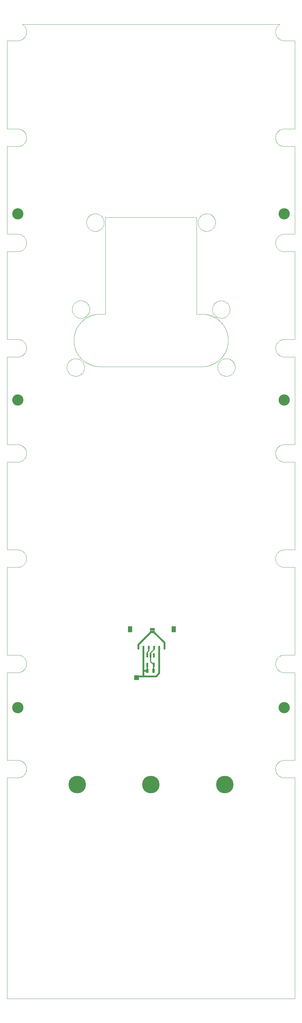
<source format=gbl>
G75*
%MOIN*%
%OFA0B0*%
%FSLAX25Y25*%
%IPPOS*%
%LPD*%
%AMOC8*
5,1,8,0,0,1.08239X$1,22.5*
%
%ADD10C,0.19685*%
%ADD11C,0.09375*%
%ADD12C,0.00000*%
%ADD13R,0.02362X0.04724*%
%ADD14R,0.03150X0.04724*%
%ADD15R,0.02362X0.03937*%
%ADD16R,0.04921X0.07087*%
%ADD17C,0.12583*%
%ADD18C,0.12661*%
%ADD19C,0.01200*%
%ADD20R,0.02978X0.02978*%
%ADD21C,0.02000*%
D10*
X0180955Y0311229D03*
X0263632Y0311229D03*
X0346309Y0311229D03*
D11*
X0413239Y0397844D03*
X0413239Y0742922D03*
X0413239Y0952174D03*
X0114026Y0952174D03*
X0114026Y0742922D03*
X0114026Y0397844D03*
D12*
X0102215Y0071072D02*
X0425050Y0071072D01*
X0425050Y0319015D01*
X0413239Y0319015D01*
X0413239Y0319014D02*
X0412999Y0319017D01*
X0412760Y0319026D01*
X0412521Y0319040D01*
X0412282Y0319061D01*
X0412043Y0319087D01*
X0411806Y0319119D01*
X0411569Y0319157D01*
X0411333Y0319200D01*
X0411099Y0319249D01*
X0410866Y0319304D01*
X0410634Y0319365D01*
X0410403Y0319431D01*
X0410175Y0319503D01*
X0409948Y0319581D01*
X0409723Y0319663D01*
X0409500Y0319752D01*
X0409279Y0319846D01*
X0409061Y0319945D01*
X0408845Y0320049D01*
X0408632Y0320159D01*
X0408422Y0320273D01*
X0408214Y0320393D01*
X0408009Y0320518D01*
X0407808Y0320648D01*
X0407610Y0320783D01*
X0407415Y0320922D01*
X0407223Y0321066D01*
X0407035Y0321215D01*
X0406851Y0321368D01*
X0406671Y0321526D01*
X0406494Y0321688D01*
X0406321Y0321855D01*
X0406153Y0322025D01*
X0405989Y0322200D01*
X0405829Y0322378D01*
X0405673Y0322561D01*
X0405522Y0322747D01*
X0405376Y0322937D01*
X0405234Y0323130D01*
X0405097Y0323326D01*
X0404964Y0323526D01*
X0404837Y0323729D01*
X0404715Y0323935D01*
X0404597Y0324145D01*
X0404485Y0324356D01*
X0404378Y0324571D01*
X0404276Y0324788D01*
X0404180Y0325007D01*
X0404089Y0325229D01*
X0404003Y0325453D01*
X0403923Y0325679D01*
X0403849Y0325907D01*
X0403780Y0326136D01*
X0403716Y0326367D01*
X0403658Y0326600D01*
X0403606Y0326834D01*
X0403560Y0327069D01*
X0403519Y0327305D01*
X0403484Y0327543D01*
X0403455Y0327780D01*
X0403432Y0328019D01*
X0403414Y0328258D01*
X0403403Y0328498D01*
X0403397Y0328737D01*
X0403397Y0328977D01*
X0403403Y0329216D01*
X0403414Y0329456D01*
X0403432Y0329695D01*
X0403455Y0329934D01*
X0403484Y0330171D01*
X0403519Y0330409D01*
X0403560Y0330645D01*
X0403606Y0330880D01*
X0403658Y0331114D01*
X0403716Y0331347D01*
X0403780Y0331578D01*
X0403849Y0331807D01*
X0403923Y0332035D01*
X0404003Y0332261D01*
X0404089Y0332485D01*
X0404180Y0332707D01*
X0404276Y0332926D01*
X0404378Y0333143D01*
X0404485Y0333358D01*
X0404597Y0333569D01*
X0404715Y0333779D01*
X0404837Y0333985D01*
X0404964Y0334188D01*
X0405097Y0334388D01*
X0405234Y0334584D01*
X0405376Y0334777D01*
X0405522Y0334967D01*
X0405673Y0335153D01*
X0405829Y0335336D01*
X0405989Y0335514D01*
X0406153Y0335689D01*
X0406321Y0335859D01*
X0406494Y0336026D01*
X0406671Y0336188D01*
X0406851Y0336346D01*
X0407035Y0336499D01*
X0407223Y0336648D01*
X0407415Y0336792D01*
X0407610Y0336931D01*
X0407808Y0337066D01*
X0408009Y0337196D01*
X0408214Y0337321D01*
X0408422Y0337441D01*
X0408632Y0337555D01*
X0408845Y0337665D01*
X0409061Y0337769D01*
X0409279Y0337868D01*
X0409500Y0337962D01*
X0409723Y0338051D01*
X0409948Y0338133D01*
X0410175Y0338211D01*
X0410403Y0338283D01*
X0410634Y0338349D01*
X0410866Y0338410D01*
X0411099Y0338465D01*
X0411333Y0338514D01*
X0411569Y0338557D01*
X0411806Y0338595D01*
X0412043Y0338627D01*
X0412282Y0338653D01*
X0412521Y0338674D01*
X0412760Y0338688D01*
X0412999Y0338697D01*
X0413239Y0338700D01*
X0425050Y0338700D01*
X0425050Y0437125D01*
X0413239Y0437125D01*
X0413239Y0437124D02*
X0412999Y0437127D01*
X0412760Y0437136D01*
X0412521Y0437150D01*
X0412282Y0437171D01*
X0412043Y0437197D01*
X0411806Y0437229D01*
X0411569Y0437267D01*
X0411333Y0437310D01*
X0411099Y0437359D01*
X0410866Y0437414D01*
X0410634Y0437475D01*
X0410403Y0437541D01*
X0410175Y0437613D01*
X0409948Y0437691D01*
X0409723Y0437773D01*
X0409500Y0437862D01*
X0409279Y0437956D01*
X0409061Y0438055D01*
X0408845Y0438159D01*
X0408632Y0438269D01*
X0408422Y0438383D01*
X0408214Y0438503D01*
X0408009Y0438628D01*
X0407808Y0438758D01*
X0407610Y0438893D01*
X0407415Y0439032D01*
X0407223Y0439176D01*
X0407035Y0439325D01*
X0406851Y0439478D01*
X0406671Y0439636D01*
X0406494Y0439798D01*
X0406321Y0439965D01*
X0406153Y0440135D01*
X0405989Y0440310D01*
X0405829Y0440488D01*
X0405673Y0440671D01*
X0405522Y0440857D01*
X0405376Y0441047D01*
X0405234Y0441240D01*
X0405097Y0441436D01*
X0404964Y0441636D01*
X0404837Y0441839D01*
X0404715Y0442045D01*
X0404597Y0442255D01*
X0404485Y0442466D01*
X0404378Y0442681D01*
X0404276Y0442898D01*
X0404180Y0443117D01*
X0404089Y0443339D01*
X0404003Y0443563D01*
X0403923Y0443789D01*
X0403849Y0444017D01*
X0403780Y0444246D01*
X0403716Y0444477D01*
X0403658Y0444710D01*
X0403606Y0444944D01*
X0403560Y0445179D01*
X0403519Y0445415D01*
X0403484Y0445653D01*
X0403455Y0445890D01*
X0403432Y0446129D01*
X0403414Y0446368D01*
X0403403Y0446608D01*
X0403397Y0446847D01*
X0403397Y0447087D01*
X0403403Y0447326D01*
X0403414Y0447566D01*
X0403432Y0447805D01*
X0403455Y0448044D01*
X0403484Y0448281D01*
X0403519Y0448519D01*
X0403560Y0448755D01*
X0403606Y0448990D01*
X0403658Y0449224D01*
X0403716Y0449457D01*
X0403780Y0449688D01*
X0403849Y0449917D01*
X0403923Y0450145D01*
X0404003Y0450371D01*
X0404089Y0450595D01*
X0404180Y0450817D01*
X0404276Y0451036D01*
X0404378Y0451253D01*
X0404485Y0451468D01*
X0404597Y0451679D01*
X0404715Y0451889D01*
X0404837Y0452095D01*
X0404964Y0452298D01*
X0405097Y0452498D01*
X0405234Y0452694D01*
X0405376Y0452887D01*
X0405522Y0453077D01*
X0405673Y0453263D01*
X0405829Y0453446D01*
X0405989Y0453624D01*
X0406153Y0453799D01*
X0406321Y0453969D01*
X0406494Y0454136D01*
X0406671Y0454298D01*
X0406851Y0454456D01*
X0407035Y0454609D01*
X0407223Y0454758D01*
X0407415Y0454902D01*
X0407610Y0455041D01*
X0407808Y0455176D01*
X0408009Y0455306D01*
X0408214Y0455431D01*
X0408422Y0455551D01*
X0408632Y0455665D01*
X0408845Y0455775D01*
X0409061Y0455879D01*
X0409279Y0455978D01*
X0409500Y0456072D01*
X0409723Y0456161D01*
X0409948Y0456243D01*
X0410175Y0456321D01*
X0410403Y0456393D01*
X0410634Y0456459D01*
X0410866Y0456520D01*
X0411099Y0456575D01*
X0411333Y0456624D01*
X0411569Y0456667D01*
X0411806Y0456705D01*
X0412043Y0456737D01*
X0412282Y0456763D01*
X0412521Y0456784D01*
X0412760Y0456798D01*
X0412999Y0456807D01*
X0413239Y0456810D01*
X0425050Y0456810D01*
X0425050Y0555235D01*
X0413239Y0555235D01*
X0412999Y0555238D01*
X0412760Y0555247D01*
X0412521Y0555261D01*
X0412282Y0555282D01*
X0412043Y0555308D01*
X0411806Y0555340D01*
X0411569Y0555378D01*
X0411333Y0555421D01*
X0411099Y0555470D01*
X0410866Y0555525D01*
X0410634Y0555586D01*
X0410403Y0555652D01*
X0410175Y0555724D01*
X0409948Y0555802D01*
X0409723Y0555884D01*
X0409500Y0555973D01*
X0409279Y0556067D01*
X0409061Y0556166D01*
X0408845Y0556270D01*
X0408632Y0556380D01*
X0408422Y0556494D01*
X0408214Y0556614D01*
X0408009Y0556739D01*
X0407808Y0556869D01*
X0407610Y0557004D01*
X0407415Y0557143D01*
X0407223Y0557287D01*
X0407035Y0557436D01*
X0406851Y0557589D01*
X0406671Y0557747D01*
X0406494Y0557909D01*
X0406321Y0558076D01*
X0406153Y0558246D01*
X0405989Y0558421D01*
X0405829Y0558599D01*
X0405673Y0558782D01*
X0405522Y0558968D01*
X0405376Y0559158D01*
X0405234Y0559351D01*
X0405097Y0559547D01*
X0404964Y0559747D01*
X0404837Y0559950D01*
X0404715Y0560157D01*
X0404597Y0560366D01*
X0404485Y0560577D01*
X0404378Y0560792D01*
X0404276Y0561009D01*
X0404180Y0561228D01*
X0404089Y0561450D01*
X0404003Y0561674D01*
X0403923Y0561900D01*
X0403849Y0562128D01*
X0403780Y0562357D01*
X0403716Y0562588D01*
X0403658Y0562821D01*
X0403606Y0563055D01*
X0403560Y0563290D01*
X0403519Y0563526D01*
X0403484Y0563764D01*
X0403455Y0564001D01*
X0403432Y0564240D01*
X0403414Y0564479D01*
X0403403Y0564719D01*
X0403397Y0564958D01*
X0403397Y0565198D01*
X0403403Y0565437D01*
X0403414Y0565677D01*
X0403432Y0565916D01*
X0403455Y0566155D01*
X0403484Y0566392D01*
X0403519Y0566630D01*
X0403560Y0566866D01*
X0403606Y0567101D01*
X0403658Y0567335D01*
X0403716Y0567568D01*
X0403780Y0567799D01*
X0403849Y0568028D01*
X0403923Y0568256D01*
X0404003Y0568482D01*
X0404089Y0568706D01*
X0404180Y0568928D01*
X0404276Y0569147D01*
X0404378Y0569364D01*
X0404485Y0569579D01*
X0404597Y0569790D01*
X0404715Y0570000D01*
X0404837Y0570206D01*
X0404964Y0570409D01*
X0405097Y0570609D01*
X0405234Y0570805D01*
X0405376Y0570998D01*
X0405522Y0571188D01*
X0405673Y0571374D01*
X0405829Y0571557D01*
X0405989Y0571735D01*
X0406153Y0571910D01*
X0406321Y0572080D01*
X0406494Y0572247D01*
X0406671Y0572409D01*
X0406851Y0572567D01*
X0407035Y0572720D01*
X0407223Y0572869D01*
X0407415Y0573013D01*
X0407610Y0573152D01*
X0407808Y0573287D01*
X0408009Y0573417D01*
X0408214Y0573542D01*
X0408422Y0573662D01*
X0408632Y0573776D01*
X0408845Y0573886D01*
X0409061Y0573990D01*
X0409279Y0574089D01*
X0409500Y0574183D01*
X0409723Y0574272D01*
X0409948Y0574354D01*
X0410175Y0574432D01*
X0410403Y0574504D01*
X0410634Y0574570D01*
X0410866Y0574631D01*
X0411099Y0574686D01*
X0411333Y0574735D01*
X0411569Y0574778D01*
X0411806Y0574816D01*
X0412043Y0574848D01*
X0412282Y0574874D01*
X0412521Y0574895D01*
X0412760Y0574909D01*
X0412999Y0574918D01*
X0413239Y0574921D01*
X0413239Y0574920D02*
X0425050Y0574920D01*
X0425050Y0673345D01*
X0413239Y0673345D01*
X0412999Y0673348D01*
X0412760Y0673357D01*
X0412521Y0673371D01*
X0412282Y0673392D01*
X0412043Y0673418D01*
X0411806Y0673450D01*
X0411569Y0673488D01*
X0411333Y0673531D01*
X0411099Y0673580D01*
X0410866Y0673635D01*
X0410634Y0673696D01*
X0410403Y0673762D01*
X0410175Y0673834D01*
X0409948Y0673912D01*
X0409723Y0673994D01*
X0409500Y0674083D01*
X0409279Y0674177D01*
X0409061Y0674276D01*
X0408845Y0674380D01*
X0408632Y0674490D01*
X0408422Y0674604D01*
X0408214Y0674724D01*
X0408009Y0674849D01*
X0407808Y0674979D01*
X0407610Y0675114D01*
X0407415Y0675253D01*
X0407223Y0675397D01*
X0407035Y0675546D01*
X0406851Y0675699D01*
X0406671Y0675857D01*
X0406494Y0676019D01*
X0406321Y0676186D01*
X0406153Y0676356D01*
X0405989Y0676531D01*
X0405829Y0676709D01*
X0405673Y0676892D01*
X0405522Y0677078D01*
X0405376Y0677268D01*
X0405234Y0677461D01*
X0405097Y0677657D01*
X0404964Y0677857D01*
X0404837Y0678060D01*
X0404715Y0678267D01*
X0404597Y0678476D01*
X0404485Y0678687D01*
X0404378Y0678902D01*
X0404276Y0679119D01*
X0404180Y0679338D01*
X0404089Y0679560D01*
X0404003Y0679784D01*
X0403923Y0680010D01*
X0403849Y0680238D01*
X0403780Y0680467D01*
X0403716Y0680698D01*
X0403658Y0680931D01*
X0403606Y0681165D01*
X0403560Y0681400D01*
X0403519Y0681636D01*
X0403484Y0681874D01*
X0403455Y0682111D01*
X0403432Y0682350D01*
X0403414Y0682589D01*
X0403403Y0682829D01*
X0403397Y0683068D01*
X0403397Y0683308D01*
X0403403Y0683547D01*
X0403414Y0683787D01*
X0403432Y0684026D01*
X0403455Y0684265D01*
X0403484Y0684502D01*
X0403519Y0684740D01*
X0403560Y0684976D01*
X0403606Y0685211D01*
X0403658Y0685445D01*
X0403716Y0685678D01*
X0403780Y0685909D01*
X0403849Y0686138D01*
X0403923Y0686366D01*
X0404003Y0686592D01*
X0404089Y0686816D01*
X0404180Y0687038D01*
X0404276Y0687257D01*
X0404378Y0687474D01*
X0404485Y0687689D01*
X0404597Y0687900D01*
X0404715Y0688110D01*
X0404837Y0688316D01*
X0404964Y0688519D01*
X0405097Y0688719D01*
X0405234Y0688915D01*
X0405376Y0689108D01*
X0405522Y0689298D01*
X0405673Y0689484D01*
X0405829Y0689667D01*
X0405989Y0689845D01*
X0406153Y0690020D01*
X0406321Y0690190D01*
X0406494Y0690357D01*
X0406671Y0690519D01*
X0406851Y0690677D01*
X0407035Y0690830D01*
X0407223Y0690979D01*
X0407415Y0691123D01*
X0407610Y0691262D01*
X0407808Y0691397D01*
X0408009Y0691527D01*
X0408214Y0691652D01*
X0408422Y0691772D01*
X0408632Y0691886D01*
X0408845Y0691996D01*
X0409061Y0692100D01*
X0409279Y0692199D01*
X0409500Y0692293D01*
X0409723Y0692382D01*
X0409948Y0692464D01*
X0410175Y0692542D01*
X0410403Y0692614D01*
X0410634Y0692680D01*
X0410866Y0692741D01*
X0411099Y0692796D01*
X0411333Y0692845D01*
X0411569Y0692888D01*
X0411806Y0692926D01*
X0412043Y0692958D01*
X0412282Y0692984D01*
X0412521Y0693005D01*
X0412760Y0693019D01*
X0412999Y0693028D01*
X0413239Y0693031D01*
X0413239Y0693030D02*
X0425050Y0693030D01*
X0425050Y0791456D01*
X0413239Y0791456D01*
X0413239Y0791455D02*
X0412999Y0791458D01*
X0412760Y0791467D01*
X0412521Y0791481D01*
X0412282Y0791502D01*
X0412043Y0791528D01*
X0411806Y0791560D01*
X0411569Y0791598D01*
X0411333Y0791641D01*
X0411099Y0791690D01*
X0410866Y0791745D01*
X0410634Y0791806D01*
X0410403Y0791872D01*
X0410175Y0791944D01*
X0409948Y0792022D01*
X0409723Y0792104D01*
X0409500Y0792193D01*
X0409279Y0792287D01*
X0409061Y0792386D01*
X0408845Y0792490D01*
X0408632Y0792600D01*
X0408422Y0792714D01*
X0408214Y0792834D01*
X0408009Y0792959D01*
X0407808Y0793089D01*
X0407610Y0793224D01*
X0407415Y0793363D01*
X0407223Y0793507D01*
X0407035Y0793656D01*
X0406851Y0793809D01*
X0406671Y0793967D01*
X0406494Y0794129D01*
X0406321Y0794296D01*
X0406153Y0794466D01*
X0405989Y0794641D01*
X0405829Y0794819D01*
X0405673Y0795002D01*
X0405522Y0795188D01*
X0405376Y0795378D01*
X0405234Y0795571D01*
X0405097Y0795767D01*
X0404964Y0795967D01*
X0404837Y0796170D01*
X0404715Y0796377D01*
X0404597Y0796586D01*
X0404485Y0796797D01*
X0404378Y0797012D01*
X0404276Y0797229D01*
X0404180Y0797448D01*
X0404089Y0797670D01*
X0404003Y0797894D01*
X0403923Y0798120D01*
X0403849Y0798348D01*
X0403780Y0798577D01*
X0403716Y0798808D01*
X0403658Y0799041D01*
X0403606Y0799275D01*
X0403560Y0799510D01*
X0403519Y0799746D01*
X0403484Y0799984D01*
X0403455Y0800221D01*
X0403432Y0800460D01*
X0403414Y0800699D01*
X0403403Y0800939D01*
X0403397Y0801178D01*
X0403397Y0801418D01*
X0403403Y0801657D01*
X0403414Y0801897D01*
X0403432Y0802136D01*
X0403455Y0802375D01*
X0403484Y0802612D01*
X0403519Y0802850D01*
X0403560Y0803086D01*
X0403606Y0803321D01*
X0403658Y0803555D01*
X0403716Y0803788D01*
X0403780Y0804019D01*
X0403849Y0804248D01*
X0403923Y0804476D01*
X0404003Y0804702D01*
X0404089Y0804926D01*
X0404180Y0805148D01*
X0404276Y0805367D01*
X0404378Y0805584D01*
X0404485Y0805799D01*
X0404597Y0806010D01*
X0404715Y0806220D01*
X0404837Y0806426D01*
X0404964Y0806629D01*
X0405097Y0806829D01*
X0405234Y0807025D01*
X0405376Y0807218D01*
X0405522Y0807408D01*
X0405673Y0807594D01*
X0405829Y0807777D01*
X0405989Y0807955D01*
X0406153Y0808130D01*
X0406321Y0808300D01*
X0406494Y0808467D01*
X0406671Y0808629D01*
X0406851Y0808787D01*
X0407035Y0808940D01*
X0407223Y0809089D01*
X0407415Y0809233D01*
X0407610Y0809372D01*
X0407808Y0809507D01*
X0408009Y0809637D01*
X0408214Y0809762D01*
X0408422Y0809882D01*
X0408632Y0809996D01*
X0408845Y0810106D01*
X0409061Y0810210D01*
X0409279Y0810309D01*
X0409500Y0810403D01*
X0409723Y0810492D01*
X0409948Y0810574D01*
X0410175Y0810652D01*
X0410403Y0810724D01*
X0410634Y0810790D01*
X0410866Y0810851D01*
X0411099Y0810906D01*
X0411333Y0810955D01*
X0411569Y0810998D01*
X0411806Y0811036D01*
X0412043Y0811068D01*
X0412282Y0811094D01*
X0412521Y0811115D01*
X0412760Y0811129D01*
X0412999Y0811138D01*
X0413239Y0811141D01*
X0425050Y0811141D01*
X0425050Y0909566D01*
X0413239Y0909566D01*
X0413239Y0909565D02*
X0412999Y0909568D01*
X0412760Y0909577D01*
X0412521Y0909591D01*
X0412282Y0909612D01*
X0412043Y0909638D01*
X0411806Y0909670D01*
X0411569Y0909708D01*
X0411333Y0909751D01*
X0411099Y0909800D01*
X0410866Y0909855D01*
X0410634Y0909916D01*
X0410403Y0909982D01*
X0410175Y0910054D01*
X0409948Y0910132D01*
X0409723Y0910214D01*
X0409500Y0910303D01*
X0409279Y0910397D01*
X0409061Y0910496D01*
X0408845Y0910600D01*
X0408632Y0910710D01*
X0408422Y0910824D01*
X0408214Y0910944D01*
X0408009Y0911069D01*
X0407808Y0911199D01*
X0407610Y0911334D01*
X0407415Y0911473D01*
X0407223Y0911617D01*
X0407035Y0911766D01*
X0406851Y0911919D01*
X0406671Y0912077D01*
X0406494Y0912239D01*
X0406321Y0912406D01*
X0406153Y0912576D01*
X0405989Y0912751D01*
X0405829Y0912929D01*
X0405673Y0913112D01*
X0405522Y0913298D01*
X0405376Y0913488D01*
X0405234Y0913681D01*
X0405097Y0913877D01*
X0404964Y0914077D01*
X0404837Y0914280D01*
X0404715Y0914487D01*
X0404597Y0914696D01*
X0404485Y0914907D01*
X0404378Y0915122D01*
X0404276Y0915339D01*
X0404180Y0915558D01*
X0404089Y0915780D01*
X0404003Y0916004D01*
X0403923Y0916230D01*
X0403849Y0916458D01*
X0403780Y0916687D01*
X0403716Y0916918D01*
X0403658Y0917151D01*
X0403606Y0917385D01*
X0403560Y0917620D01*
X0403519Y0917856D01*
X0403484Y0918094D01*
X0403455Y0918331D01*
X0403432Y0918570D01*
X0403414Y0918809D01*
X0403403Y0919049D01*
X0403397Y0919288D01*
X0403397Y0919528D01*
X0403403Y0919767D01*
X0403414Y0920007D01*
X0403432Y0920246D01*
X0403455Y0920485D01*
X0403484Y0920722D01*
X0403519Y0920960D01*
X0403560Y0921196D01*
X0403606Y0921431D01*
X0403658Y0921665D01*
X0403716Y0921898D01*
X0403780Y0922129D01*
X0403849Y0922358D01*
X0403923Y0922586D01*
X0404003Y0922812D01*
X0404089Y0923036D01*
X0404180Y0923258D01*
X0404276Y0923477D01*
X0404378Y0923694D01*
X0404485Y0923909D01*
X0404597Y0924120D01*
X0404715Y0924330D01*
X0404837Y0924536D01*
X0404964Y0924739D01*
X0405097Y0924939D01*
X0405234Y0925135D01*
X0405376Y0925328D01*
X0405522Y0925518D01*
X0405673Y0925704D01*
X0405829Y0925887D01*
X0405989Y0926065D01*
X0406153Y0926240D01*
X0406321Y0926410D01*
X0406494Y0926577D01*
X0406671Y0926739D01*
X0406851Y0926897D01*
X0407035Y0927050D01*
X0407223Y0927199D01*
X0407415Y0927343D01*
X0407610Y0927482D01*
X0407808Y0927617D01*
X0408009Y0927747D01*
X0408214Y0927872D01*
X0408422Y0927992D01*
X0408632Y0928106D01*
X0408845Y0928216D01*
X0409061Y0928320D01*
X0409279Y0928419D01*
X0409500Y0928513D01*
X0409723Y0928602D01*
X0409948Y0928684D01*
X0410175Y0928762D01*
X0410403Y0928834D01*
X0410634Y0928900D01*
X0410866Y0928961D01*
X0411099Y0929016D01*
X0411333Y0929065D01*
X0411569Y0929108D01*
X0411806Y0929146D01*
X0412043Y0929178D01*
X0412282Y0929204D01*
X0412521Y0929225D01*
X0412760Y0929239D01*
X0412999Y0929248D01*
X0413239Y0929251D01*
X0425050Y0929251D01*
X0425050Y1027676D01*
X0413239Y1027676D01*
X0412999Y1027679D01*
X0412760Y1027688D01*
X0412521Y1027702D01*
X0412282Y1027723D01*
X0412043Y1027749D01*
X0411806Y1027781D01*
X0411569Y1027819D01*
X0411333Y1027862D01*
X0411099Y1027911D01*
X0410866Y1027966D01*
X0410634Y1028027D01*
X0410403Y1028093D01*
X0410175Y1028165D01*
X0409948Y1028243D01*
X0409723Y1028325D01*
X0409500Y1028414D01*
X0409279Y1028508D01*
X0409061Y1028607D01*
X0408845Y1028711D01*
X0408632Y1028821D01*
X0408422Y1028935D01*
X0408214Y1029055D01*
X0408009Y1029180D01*
X0407808Y1029310D01*
X0407610Y1029445D01*
X0407415Y1029584D01*
X0407223Y1029728D01*
X0407035Y1029877D01*
X0406851Y1030030D01*
X0406671Y1030188D01*
X0406494Y1030350D01*
X0406321Y1030517D01*
X0406153Y1030687D01*
X0405989Y1030862D01*
X0405829Y1031040D01*
X0405673Y1031223D01*
X0405522Y1031409D01*
X0405376Y1031599D01*
X0405234Y1031792D01*
X0405097Y1031988D01*
X0404964Y1032188D01*
X0404837Y1032391D01*
X0404715Y1032598D01*
X0404597Y1032807D01*
X0404485Y1033018D01*
X0404378Y1033233D01*
X0404276Y1033450D01*
X0404180Y1033669D01*
X0404089Y1033891D01*
X0404003Y1034115D01*
X0403923Y1034341D01*
X0403849Y1034569D01*
X0403780Y1034798D01*
X0403716Y1035029D01*
X0403658Y1035262D01*
X0403606Y1035496D01*
X0403560Y1035731D01*
X0403519Y1035967D01*
X0403484Y1036205D01*
X0403455Y1036442D01*
X0403432Y1036681D01*
X0403414Y1036920D01*
X0403403Y1037160D01*
X0403397Y1037399D01*
X0403397Y1037639D01*
X0403403Y1037878D01*
X0403414Y1038118D01*
X0403432Y1038357D01*
X0403455Y1038596D01*
X0403484Y1038833D01*
X0403519Y1039071D01*
X0403560Y1039307D01*
X0403606Y1039542D01*
X0403658Y1039776D01*
X0403716Y1040009D01*
X0403780Y1040240D01*
X0403849Y1040469D01*
X0403923Y1040697D01*
X0404003Y1040923D01*
X0404089Y1041147D01*
X0404180Y1041369D01*
X0404276Y1041588D01*
X0404378Y1041805D01*
X0404485Y1042020D01*
X0404597Y1042231D01*
X0404715Y1042441D01*
X0404837Y1042647D01*
X0404964Y1042850D01*
X0405097Y1043050D01*
X0405234Y1043246D01*
X0405376Y1043439D01*
X0405522Y1043629D01*
X0405673Y1043815D01*
X0405829Y1043998D01*
X0405989Y1044176D01*
X0406153Y1044351D01*
X0406321Y1044521D01*
X0406494Y1044688D01*
X0406671Y1044850D01*
X0406851Y1045008D01*
X0407035Y1045161D01*
X0407223Y1045310D01*
X0407415Y1045454D01*
X0407610Y1045593D01*
X0407808Y1045728D01*
X0408009Y1045858D01*
X0408214Y1045983D01*
X0408422Y1046103D01*
X0408632Y1046217D01*
X0408845Y1046327D01*
X0409061Y1046431D01*
X0409279Y1046530D01*
X0409500Y1046624D01*
X0409723Y1046713D01*
X0409948Y1046795D01*
X0410175Y1046873D01*
X0410403Y1046945D01*
X0410634Y1047011D01*
X0410866Y1047072D01*
X0411099Y1047127D01*
X0411333Y1047176D01*
X0411569Y1047219D01*
X0411806Y1047257D01*
X0412043Y1047289D01*
X0412282Y1047315D01*
X0412521Y1047336D01*
X0412760Y1047350D01*
X0412999Y1047359D01*
X0413239Y1047362D01*
X0413239Y1047361D02*
X0425050Y1047361D01*
X0425050Y1146466D01*
X0413239Y1146466D01*
X0413239Y1146465D02*
X0412999Y1146468D01*
X0412760Y1146477D01*
X0412520Y1146491D01*
X0412282Y1146512D01*
X0412043Y1146538D01*
X0411806Y1146570D01*
X0411569Y1146608D01*
X0411333Y1146651D01*
X0411099Y1146701D01*
X0410865Y1146756D01*
X0410633Y1146816D01*
X0410403Y1146882D01*
X0410174Y1146954D01*
X0409947Y1147032D01*
X0409722Y1147115D01*
X0409500Y1147203D01*
X0409279Y1147297D01*
X0409061Y1147396D01*
X0408845Y1147500D01*
X0408632Y1147610D01*
X0408421Y1147725D01*
X0408214Y1147845D01*
X0408009Y1147969D01*
X0407807Y1148099D01*
X0407609Y1148234D01*
X0407414Y1148373D01*
X0407223Y1148518D01*
X0407035Y1148667D01*
X0406851Y1148820D01*
X0406670Y1148978D01*
X0406494Y1149140D01*
X0406321Y1149306D01*
X0406152Y1149477D01*
X0405988Y1149651D01*
X0405828Y1149830D01*
X0405673Y1150012D01*
X0405522Y1150198D01*
X0405375Y1150388D01*
X0405233Y1150581D01*
X0405096Y1150778D01*
X0404964Y1150978D01*
X0404837Y1151181D01*
X0404714Y1151387D01*
X0404597Y1151596D01*
X0404485Y1151808D01*
X0404378Y1152023D01*
X0404276Y1152240D01*
X0404180Y1152459D01*
X0404089Y1152681D01*
X0404003Y1152905D01*
X0403923Y1153131D01*
X0403848Y1153359D01*
X0403779Y1153588D01*
X0403716Y1153820D01*
X0403658Y1154052D01*
X0403606Y1154286D01*
X0403559Y1154521D01*
X0403519Y1154758D01*
X0403484Y1154995D01*
X0403455Y1155233D01*
X0403432Y1155471D01*
X0403414Y1155710D01*
X0403403Y1155950D01*
X0403397Y1156190D01*
X0403397Y1156429D01*
X0403403Y1156669D01*
X0403414Y1156908D01*
X0403432Y1157148D01*
X0403455Y1157386D01*
X0403484Y1157624D01*
X0403519Y1157861D01*
X0403560Y1158097D01*
X0403606Y1158333D01*
X0403659Y1158567D01*
X0403716Y1158799D01*
X0403780Y1159030D01*
X0403849Y1159260D01*
X0403924Y1159488D01*
X0404004Y1159714D01*
X0404090Y1159938D01*
X0404181Y1160159D01*
X0404277Y1160379D01*
X0404379Y1160596D01*
X0404486Y1160810D01*
X0404598Y1161022D01*
X0404716Y1161231D01*
X0404838Y1161437D01*
X0404966Y1161640D01*
X0405098Y1161840D01*
X0405235Y1162037D01*
X0405377Y1162230D01*
X0405523Y1162420D01*
X0405675Y1162606D01*
X0405830Y1162788D01*
X0405990Y1162967D01*
X0406155Y1163141D01*
X0406323Y1163312D01*
X0406496Y1163478D01*
X0406672Y1163640D01*
X0406853Y1163798D01*
X0407037Y1163951D01*
X0407225Y1164100D01*
X0407417Y1164244D01*
X0407612Y1164384D01*
X0407810Y1164518D01*
X0408011Y1164648D01*
X0408216Y1164773D01*
X0119049Y1164773D01*
X0119254Y1164648D01*
X0119455Y1164518D01*
X0119653Y1164384D01*
X0119848Y1164244D01*
X0120040Y1164100D01*
X0120228Y1163951D01*
X0120412Y1163798D01*
X0120593Y1163640D01*
X0120769Y1163478D01*
X0120942Y1163312D01*
X0121110Y1163141D01*
X0121275Y1162967D01*
X0121435Y1162788D01*
X0121590Y1162606D01*
X0121742Y1162420D01*
X0121888Y1162230D01*
X0122030Y1162037D01*
X0122167Y1161840D01*
X0122299Y1161640D01*
X0122427Y1161437D01*
X0122549Y1161231D01*
X0122667Y1161022D01*
X0122779Y1160810D01*
X0122886Y1160596D01*
X0122988Y1160379D01*
X0123084Y1160159D01*
X0123175Y1159938D01*
X0123261Y1159714D01*
X0123341Y1159488D01*
X0123416Y1159260D01*
X0123485Y1159030D01*
X0123549Y1158799D01*
X0123606Y1158567D01*
X0123659Y1158333D01*
X0123705Y1158097D01*
X0123746Y1157861D01*
X0123781Y1157624D01*
X0123810Y1157386D01*
X0123833Y1157148D01*
X0123851Y1156908D01*
X0123862Y1156669D01*
X0123868Y1156429D01*
X0123868Y1156190D01*
X0123862Y1155950D01*
X0123851Y1155710D01*
X0123833Y1155471D01*
X0123810Y1155233D01*
X0123781Y1154995D01*
X0123746Y1154758D01*
X0123706Y1154521D01*
X0123659Y1154286D01*
X0123607Y1154052D01*
X0123549Y1153820D01*
X0123486Y1153588D01*
X0123417Y1153359D01*
X0123342Y1153131D01*
X0123262Y1152905D01*
X0123176Y1152681D01*
X0123085Y1152459D01*
X0122989Y1152240D01*
X0122887Y1152023D01*
X0122780Y1151808D01*
X0122668Y1151596D01*
X0122551Y1151387D01*
X0122428Y1151181D01*
X0122301Y1150978D01*
X0122169Y1150778D01*
X0122032Y1150581D01*
X0121890Y1150388D01*
X0121743Y1150198D01*
X0121592Y1150012D01*
X0121437Y1149830D01*
X0121277Y1149651D01*
X0121113Y1149477D01*
X0120944Y1149306D01*
X0120771Y1149140D01*
X0120595Y1148978D01*
X0120414Y1148820D01*
X0120230Y1148667D01*
X0120042Y1148518D01*
X0119851Y1148373D01*
X0119656Y1148234D01*
X0119458Y1148099D01*
X0119256Y1147969D01*
X0119051Y1147845D01*
X0118844Y1147725D01*
X0118633Y1147610D01*
X0118420Y1147500D01*
X0118204Y1147396D01*
X0117986Y1147297D01*
X0117765Y1147203D01*
X0117543Y1147115D01*
X0117318Y1147032D01*
X0117091Y1146954D01*
X0116862Y1146882D01*
X0116632Y1146816D01*
X0116400Y1146756D01*
X0116166Y1146701D01*
X0115932Y1146651D01*
X0115696Y1146608D01*
X0115459Y1146570D01*
X0115222Y1146538D01*
X0114983Y1146512D01*
X0114745Y1146491D01*
X0114505Y1146477D01*
X0114266Y1146468D01*
X0114026Y1146465D01*
X0114026Y1146466D02*
X0102215Y1146466D01*
X0102215Y1047361D01*
X0114026Y1047361D01*
X0114026Y1047362D02*
X0114266Y1047359D01*
X0114505Y1047350D01*
X0114744Y1047336D01*
X0114983Y1047315D01*
X0115222Y1047289D01*
X0115459Y1047257D01*
X0115696Y1047219D01*
X0115932Y1047176D01*
X0116166Y1047127D01*
X0116399Y1047072D01*
X0116631Y1047011D01*
X0116862Y1046945D01*
X0117090Y1046873D01*
X0117317Y1046795D01*
X0117542Y1046713D01*
X0117765Y1046624D01*
X0117986Y1046530D01*
X0118204Y1046431D01*
X0118420Y1046327D01*
X0118633Y1046217D01*
X0118843Y1046103D01*
X0119051Y1045983D01*
X0119256Y1045858D01*
X0119457Y1045728D01*
X0119655Y1045593D01*
X0119850Y1045454D01*
X0120042Y1045310D01*
X0120230Y1045161D01*
X0120414Y1045008D01*
X0120594Y1044850D01*
X0120771Y1044688D01*
X0120944Y1044521D01*
X0121112Y1044351D01*
X0121276Y1044176D01*
X0121436Y1043998D01*
X0121592Y1043815D01*
X0121743Y1043629D01*
X0121889Y1043439D01*
X0122031Y1043246D01*
X0122168Y1043050D01*
X0122301Y1042850D01*
X0122428Y1042647D01*
X0122550Y1042441D01*
X0122668Y1042231D01*
X0122780Y1042020D01*
X0122887Y1041805D01*
X0122989Y1041588D01*
X0123085Y1041369D01*
X0123176Y1041147D01*
X0123262Y1040923D01*
X0123342Y1040697D01*
X0123416Y1040469D01*
X0123485Y1040240D01*
X0123549Y1040009D01*
X0123607Y1039776D01*
X0123659Y1039542D01*
X0123705Y1039307D01*
X0123746Y1039071D01*
X0123781Y1038833D01*
X0123810Y1038596D01*
X0123833Y1038357D01*
X0123851Y1038118D01*
X0123862Y1037878D01*
X0123868Y1037639D01*
X0123868Y1037399D01*
X0123862Y1037160D01*
X0123851Y1036920D01*
X0123833Y1036681D01*
X0123810Y1036442D01*
X0123781Y1036205D01*
X0123746Y1035967D01*
X0123705Y1035731D01*
X0123659Y1035496D01*
X0123607Y1035262D01*
X0123549Y1035029D01*
X0123485Y1034798D01*
X0123416Y1034569D01*
X0123342Y1034341D01*
X0123262Y1034115D01*
X0123176Y1033891D01*
X0123085Y1033669D01*
X0122989Y1033450D01*
X0122887Y1033233D01*
X0122780Y1033018D01*
X0122668Y1032807D01*
X0122550Y1032598D01*
X0122428Y1032391D01*
X0122301Y1032188D01*
X0122168Y1031988D01*
X0122031Y1031792D01*
X0121889Y1031599D01*
X0121743Y1031409D01*
X0121592Y1031223D01*
X0121436Y1031040D01*
X0121276Y1030862D01*
X0121112Y1030687D01*
X0120944Y1030517D01*
X0120771Y1030350D01*
X0120594Y1030188D01*
X0120414Y1030030D01*
X0120230Y1029877D01*
X0120042Y1029728D01*
X0119850Y1029584D01*
X0119655Y1029445D01*
X0119457Y1029310D01*
X0119256Y1029180D01*
X0119051Y1029055D01*
X0118843Y1028935D01*
X0118633Y1028821D01*
X0118420Y1028711D01*
X0118204Y1028607D01*
X0117986Y1028508D01*
X0117765Y1028414D01*
X0117542Y1028325D01*
X0117317Y1028243D01*
X0117090Y1028165D01*
X0116862Y1028093D01*
X0116631Y1028027D01*
X0116399Y1027966D01*
X0116166Y1027911D01*
X0115932Y1027862D01*
X0115696Y1027819D01*
X0115459Y1027781D01*
X0115222Y1027749D01*
X0114983Y1027723D01*
X0114744Y1027702D01*
X0114505Y1027688D01*
X0114266Y1027679D01*
X0114026Y1027676D01*
X0102215Y1027676D01*
X0102215Y0929251D01*
X0114026Y0929251D01*
X0114266Y0929248D01*
X0114505Y0929239D01*
X0114744Y0929225D01*
X0114983Y0929204D01*
X0115222Y0929178D01*
X0115459Y0929146D01*
X0115696Y0929108D01*
X0115932Y0929065D01*
X0116166Y0929016D01*
X0116399Y0928961D01*
X0116631Y0928900D01*
X0116862Y0928834D01*
X0117090Y0928762D01*
X0117317Y0928684D01*
X0117542Y0928602D01*
X0117765Y0928513D01*
X0117986Y0928419D01*
X0118204Y0928320D01*
X0118420Y0928216D01*
X0118633Y0928106D01*
X0118843Y0927992D01*
X0119051Y0927872D01*
X0119256Y0927747D01*
X0119457Y0927617D01*
X0119655Y0927482D01*
X0119850Y0927343D01*
X0120042Y0927199D01*
X0120230Y0927050D01*
X0120414Y0926897D01*
X0120594Y0926739D01*
X0120771Y0926577D01*
X0120944Y0926410D01*
X0121112Y0926240D01*
X0121276Y0926065D01*
X0121436Y0925887D01*
X0121592Y0925704D01*
X0121743Y0925518D01*
X0121889Y0925328D01*
X0122031Y0925135D01*
X0122168Y0924939D01*
X0122301Y0924739D01*
X0122428Y0924536D01*
X0122550Y0924330D01*
X0122668Y0924120D01*
X0122780Y0923909D01*
X0122887Y0923694D01*
X0122989Y0923477D01*
X0123085Y0923258D01*
X0123176Y0923036D01*
X0123262Y0922812D01*
X0123342Y0922586D01*
X0123416Y0922358D01*
X0123485Y0922129D01*
X0123549Y0921898D01*
X0123607Y0921665D01*
X0123659Y0921431D01*
X0123705Y0921196D01*
X0123746Y0920960D01*
X0123781Y0920722D01*
X0123810Y0920485D01*
X0123833Y0920246D01*
X0123851Y0920007D01*
X0123862Y0919767D01*
X0123868Y0919528D01*
X0123868Y0919288D01*
X0123862Y0919049D01*
X0123851Y0918809D01*
X0123833Y0918570D01*
X0123810Y0918331D01*
X0123781Y0918094D01*
X0123746Y0917856D01*
X0123705Y0917620D01*
X0123659Y0917385D01*
X0123607Y0917151D01*
X0123549Y0916918D01*
X0123485Y0916687D01*
X0123416Y0916458D01*
X0123342Y0916230D01*
X0123262Y0916004D01*
X0123176Y0915780D01*
X0123085Y0915558D01*
X0122989Y0915339D01*
X0122887Y0915122D01*
X0122780Y0914907D01*
X0122668Y0914696D01*
X0122550Y0914487D01*
X0122428Y0914280D01*
X0122301Y0914077D01*
X0122168Y0913877D01*
X0122031Y0913681D01*
X0121889Y0913488D01*
X0121743Y0913298D01*
X0121592Y0913112D01*
X0121436Y0912929D01*
X0121276Y0912751D01*
X0121112Y0912576D01*
X0120944Y0912406D01*
X0120771Y0912239D01*
X0120594Y0912077D01*
X0120414Y0911919D01*
X0120230Y0911766D01*
X0120042Y0911617D01*
X0119850Y0911473D01*
X0119655Y0911334D01*
X0119457Y0911199D01*
X0119256Y0911069D01*
X0119051Y0910944D01*
X0118843Y0910824D01*
X0118633Y0910710D01*
X0118420Y0910600D01*
X0118204Y0910496D01*
X0117986Y0910397D01*
X0117765Y0910303D01*
X0117542Y0910214D01*
X0117317Y0910132D01*
X0117090Y0910054D01*
X0116862Y0909982D01*
X0116631Y0909916D01*
X0116399Y0909855D01*
X0116166Y0909800D01*
X0115932Y0909751D01*
X0115696Y0909708D01*
X0115459Y0909670D01*
X0115222Y0909638D01*
X0114983Y0909612D01*
X0114744Y0909591D01*
X0114505Y0909577D01*
X0114266Y0909568D01*
X0114026Y0909565D01*
X0114026Y0909566D02*
X0102215Y0909566D01*
X0102215Y0811141D01*
X0114026Y0811141D01*
X0114266Y0811138D01*
X0114505Y0811129D01*
X0114744Y0811115D01*
X0114983Y0811094D01*
X0115222Y0811068D01*
X0115459Y0811036D01*
X0115696Y0810998D01*
X0115932Y0810955D01*
X0116166Y0810906D01*
X0116399Y0810851D01*
X0116631Y0810790D01*
X0116862Y0810724D01*
X0117090Y0810652D01*
X0117317Y0810574D01*
X0117542Y0810492D01*
X0117765Y0810403D01*
X0117986Y0810309D01*
X0118204Y0810210D01*
X0118420Y0810106D01*
X0118633Y0809996D01*
X0118843Y0809882D01*
X0119051Y0809762D01*
X0119256Y0809637D01*
X0119457Y0809507D01*
X0119655Y0809372D01*
X0119850Y0809233D01*
X0120042Y0809089D01*
X0120230Y0808940D01*
X0120414Y0808787D01*
X0120594Y0808629D01*
X0120771Y0808467D01*
X0120944Y0808300D01*
X0121112Y0808130D01*
X0121276Y0807955D01*
X0121436Y0807777D01*
X0121592Y0807594D01*
X0121743Y0807408D01*
X0121889Y0807218D01*
X0122031Y0807025D01*
X0122168Y0806829D01*
X0122301Y0806629D01*
X0122428Y0806426D01*
X0122550Y0806220D01*
X0122668Y0806010D01*
X0122780Y0805799D01*
X0122887Y0805584D01*
X0122989Y0805367D01*
X0123085Y0805148D01*
X0123176Y0804926D01*
X0123262Y0804702D01*
X0123342Y0804476D01*
X0123416Y0804248D01*
X0123485Y0804019D01*
X0123549Y0803788D01*
X0123607Y0803555D01*
X0123659Y0803321D01*
X0123705Y0803086D01*
X0123746Y0802850D01*
X0123781Y0802612D01*
X0123810Y0802375D01*
X0123833Y0802136D01*
X0123851Y0801897D01*
X0123862Y0801657D01*
X0123868Y0801418D01*
X0123868Y0801178D01*
X0123862Y0800939D01*
X0123851Y0800699D01*
X0123833Y0800460D01*
X0123810Y0800221D01*
X0123781Y0799984D01*
X0123746Y0799746D01*
X0123705Y0799510D01*
X0123659Y0799275D01*
X0123607Y0799041D01*
X0123549Y0798808D01*
X0123485Y0798577D01*
X0123416Y0798348D01*
X0123342Y0798120D01*
X0123262Y0797894D01*
X0123176Y0797670D01*
X0123085Y0797448D01*
X0122989Y0797229D01*
X0122887Y0797012D01*
X0122780Y0796797D01*
X0122668Y0796586D01*
X0122550Y0796377D01*
X0122428Y0796170D01*
X0122301Y0795967D01*
X0122168Y0795767D01*
X0122031Y0795571D01*
X0121889Y0795378D01*
X0121743Y0795188D01*
X0121592Y0795002D01*
X0121436Y0794819D01*
X0121276Y0794641D01*
X0121112Y0794466D01*
X0120944Y0794296D01*
X0120771Y0794129D01*
X0120594Y0793967D01*
X0120414Y0793809D01*
X0120230Y0793656D01*
X0120042Y0793507D01*
X0119850Y0793363D01*
X0119655Y0793224D01*
X0119457Y0793089D01*
X0119256Y0792959D01*
X0119051Y0792834D01*
X0118843Y0792714D01*
X0118633Y0792600D01*
X0118420Y0792490D01*
X0118204Y0792386D01*
X0117986Y0792287D01*
X0117765Y0792193D01*
X0117542Y0792104D01*
X0117317Y0792022D01*
X0117090Y0791944D01*
X0116862Y0791872D01*
X0116631Y0791806D01*
X0116399Y0791745D01*
X0116166Y0791690D01*
X0115932Y0791641D01*
X0115696Y0791598D01*
X0115459Y0791560D01*
X0115222Y0791528D01*
X0114983Y0791502D01*
X0114744Y0791481D01*
X0114505Y0791467D01*
X0114266Y0791458D01*
X0114026Y0791455D01*
X0114026Y0791456D02*
X0102215Y0791456D01*
X0102215Y0693030D01*
X0114026Y0693030D01*
X0114026Y0693031D02*
X0114266Y0693028D01*
X0114505Y0693019D01*
X0114744Y0693005D01*
X0114983Y0692984D01*
X0115222Y0692958D01*
X0115459Y0692926D01*
X0115696Y0692888D01*
X0115932Y0692845D01*
X0116166Y0692796D01*
X0116399Y0692741D01*
X0116631Y0692680D01*
X0116862Y0692614D01*
X0117090Y0692542D01*
X0117317Y0692464D01*
X0117542Y0692382D01*
X0117765Y0692293D01*
X0117986Y0692199D01*
X0118204Y0692100D01*
X0118420Y0691996D01*
X0118633Y0691886D01*
X0118843Y0691772D01*
X0119051Y0691652D01*
X0119256Y0691527D01*
X0119457Y0691397D01*
X0119655Y0691262D01*
X0119850Y0691123D01*
X0120042Y0690979D01*
X0120230Y0690830D01*
X0120414Y0690677D01*
X0120594Y0690519D01*
X0120771Y0690357D01*
X0120944Y0690190D01*
X0121112Y0690020D01*
X0121276Y0689845D01*
X0121436Y0689667D01*
X0121592Y0689484D01*
X0121743Y0689298D01*
X0121889Y0689108D01*
X0122031Y0688915D01*
X0122168Y0688719D01*
X0122301Y0688519D01*
X0122428Y0688316D01*
X0122550Y0688110D01*
X0122668Y0687900D01*
X0122780Y0687689D01*
X0122887Y0687474D01*
X0122989Y0687257D01*
X0123085Y0687038D01*
X0123176Y0686816D01*
X0123262Y0686592D01*
X0123342Y0686366D01*
X0123416Y0686138D01*
X0123485Y0685909D01*
X0123549Y0685678D01*
X0123607Y0685445D01*
X0123659Y0685211D01*
X0123705Y0684976D01*
X0123746Y0684740D01*
X0123781Y0684502D01*
X0123810Y0684265D01*
X0123833Y0684026D01*
X0123851Y0683787D01*
X0123862Y0683547D01*
X0123868Y0683308D01*
X0123868Y0683068D01*
X0123862Y0682829D01*
X0123851Y0682589D01*
X0123833Y0682350D01*
X0123810Y0682111D01*
X0123781Y0681874D01*
X0123746Y0681636D01*
X0123705Y0681400D01*
X0123659Y0681165D01*
X0123607Y0680931D01*
X0123549Y0680698D01*
X0123485Y0680467D01*
X0123416Y0680238D01*
X0123342Y0680010D01*
X0123262Y0679784D01*
X0123176Y0679560D01*
X0123085Y0679338D01*
X0122989Y0679119D01*
X0122887Y0678902D01*
X0122780Y0678687D01*
X0122668Y0678476D01*
X0122550Y0678267D01*
X0122428Y0678060D01*
X0122301Y0677857D01*
X0122168Y0677657D01*
X0122031Y0677461D01*
X0121889Y0677268D01*
X0121743Y0677078D01*
X0121592Y0676892D01*
X0121436Y0676709D01*
X0121276Y0676531D01*
X0121112Y0676356D01*
X0120944Y0676186D01*
X0120771Y0676019D01*
X0120594Y0675857D01*
X0120414Y0675699D01*
X0120230Y0675546D01*
X0120042Y0675397D01*
X0119850Y0675253D01*
X0119655Y0675114D01*
X0119457Y0674979D01*
X0119256Y0674849D01*
X0119051Y0674724D01*
X0118843Y0674604D01*
X0118633Y0674490D01*
X0118420Y0674380D01*
X0118204Y0674276D01*
X0117986Y0674177D01*
X0117765Y0674083D01*
X0117542Y0673994D01*
X0117317Y0673912D01*
X0117090Y0673834D01*
X0116862Y0673762D01*
X0116631Y0673696D01*
X0116399Y0673635D01*
X0116166Y0673580D01*
X0115932Y0673531D01*
X0115696Y0673488D01*
X0115459Y0673450D01*
X0115222Y0673418D01*
X0114983Y0673392D01*
X0114744Y0673371D01*
X0114505Y0673357D01*
X0114266Y0673348D01*
X0114026Y0673345D01*
X0102215Y0673345D01*
X0102215Y0574920D01*
X0114026Y0574920D01*
X0114026Y0574921D02*
X0114266Y0574918D01*
X0114505Y0574909D01*
X0114744Y0574895D01*
X0114983Y0574874D01*
X0115222Y0574848D01*
X0115459Y0574816D01*
X0115696Y0574778D01*
X0115932Y0574735D01*
X0116166Y0574686D01*
X0116399Y0574631D01*
X0116631Y0574570D01*
X0116862Y0574504D01*
X0117090Y0574432D01*
X0117317Y0574354D01*
X0117542Y0574272D01*
X0117765Y0574183D01*
X0117986Y0574089D01*
X0118204Y0573990D01*
X0118420Y0573886D01*
X0118633Y0573776D01*
X0118843Y0573662D01*
X0119051Y0573542D01*
X0119256Y0573417D01*
X0119457Y0573287D01*
X0119655Y0573152D01*
X0119850Y0573013D01*
X0120042Y0572869D01*
X0120230Y0572720D01*
X0120414Y0572567D01*
X0120594Y0572409D01*
X0120771Y0572247D01*
X0120944Y0572080D01*
X0121112Y0571910D01*
X0121276Y0571735D01*
X0121436Y0571557D01*
X0121592Y0571374D01*
X0121743Y0571188D01*
X0121889Y0570998D01*
X0122031Y0570805D01*
X0122168Y0570609D01*
X0122301Y0570409D01*
X0122428Y0570206D01*
X0122550Y0570000D01*
X0122668Y0569790D01*
X0122780Y0569579D01*
X0122887Y0569364D01*
X0122989Y0569147D01*
X0123085Y0568928D01*
X0123176Y0568706D01*
X0123262Y0568482D01*
X0123342Y0568256D01*
X0123416Y0568028D01*
X0123485Y0567799D01*
X0123549Y0567568D01*
X0123607Y0567335D01*
X0123659Y0567101D01*
X0123705Y0566866D01*
X0123746Y0566630D01*
X0123781Y0566392D01*
X0123810Y0566155D01*
X0123833Y0565916D01*
X0123851Y0565677D01*
X0123862Y0565437D01*
X0123868Y0565198D01*
X0123868Y0564958D01*
X0123862Y0564719D01*
X0123851Y0564479D01*
X0123833Y0564240D01*
X0123810Y0564001D01*
X0123781Y0563764D01*
X0123746Y0563526D01*
X0123705Y0563290D01*
X0123659Y0563055D01*
X0123607Y0562821D01*
X0123549Y0562588D01*
X0123485Y0562357D01*
X0123416Y0562128D01*
X0123342Y0561900D01*
X0123262Y0561674D01*
X0123176Y0561450D01*
X0123085Y0561228D01*
X0122989Y0561009D01*
X0122887Y0560792D01*
X0122780Y0560577D01*
X0122668Y0560366D01*
X0122550Y0560157D01*
X0122428Y0559950D01*
X0122301Y0559747D01*
X0122168Y0559547D01*
X0122031Y0559351D01*
X0121889Y0559158D01*
X0121743Y0558968D01*
X0121592Y0558782D01*
X0121436Y0558599D01*
X0121276Y0558421D01*
X0121112Y0558246D01*
X0120944Y0558076D01*
X0120771Y0557909D01*
X0120594Y0557747D01*
X0120414Y0557589D01*
X0120230Y0557436D01*
X0120042Y0557287D01*
X0119850Y0557143D01*
X0119655Y0557004D01*
X0119457Y0556869D01*
X0119256Y0556739D01*
X0119051Y0556614D01*
X0118843Y0556494D01*
X0118633Y0556380D01*
X0118420Y0556270D01*
X0118204Y0556166D01*
X0117986Y0556067D01*
X0117765Y0555973D01*
X0117542Y0555884D01*
X0117317Y0555802D01*
X0117090Y0555724D01*
X0116862Y0555652D01*
X0116631Y0555586D01*
X0116399Y0555525D01*
X0116166Y0555470D01*
X0115932Y0555421D01*
X0115696Y0555378D01*
X0115459Y0555340D01*
X0115222Y0555308D01*
X0114983Y0555282D01*
X0114744Y0555261D01*
X0114505Y0555247D01*
X0114266Y0555238D01*
X0114026Y0555235D01*
X0102215Y0555235D01*
X0102215Y0456810D01*
X0114026Y0456810D01*
X0114266Y0456807D01*
X0114505Y0456798D01*
X0114744Y0456784D01*
X0114983Y0456763D01*
X0115222Y0456737D01*
X0115459Y0456705D01*
X0115696Y0456667D01*
X0115932Y0456624D01*
X0116166Y0456575D01*
X0116399Y0456520D01*
X0116631Y0456459D01*
X0116862Y0456393D01*
X0117090Y0456321D01*
X0117317Y0456243D01*
X0117542Y0456161D01*
X0117765Y0456072D01*
X0117986Y0455978D01*
X0118204Y0455879D01*
X0118420Y0455775D01*
X0118633Y0455665D01*
X0118843Y0455551D01*
X0119051Y0455431D01*
X0119256Y0455306D01*
X0119457Y0455176D01*
X0119655Y0455041D01*
X0119850Y0454902D01*
X0120042Y0454758D01*
X0120230Y0454609D01*
X0120414Y0454456D01*
X0120594Y0454298D01*
X0120771Y0454136D01*
X0120944Y0453969D01*
X0121112Y0453799D01*
X0121276Y0453624D01*
X0121436Y0453446D01*
X0121592Y0453263D01*
X0121743Y0453077D01*
X0121889Y0452887D01*
X0122031Y0452694D01*
X0122168Y0452498D01*
X0122301Y0452298D01*
X0122428Y0452095D01*
X0122550Y0451889D01*
X0122668Y0451679D01*
X0122780Y0451468D01*
X0122887Y0451253D01*
X0122989Y0451036D01*
X0123085Y0450817D01*
X0123176Y0450595D01*
X0123262Y0450371D01*
X0123342Y0450145D01*
X0123416Y0449917D01*
X0123485Y0449688D01*
X0123549Y0449457D01*
X0123607Y0449224D01*
X0123659Y0448990D01*
X0123705Y0448755D01*
X0123746Y0448519D01*
X0123781Y0448281D01*
X0123810Y0448044D01*
X0123833Y0447805D01*
X0123851Y0447566D01*
X0123862Y0447326D01*
X0123868Y0447087D01*
X0123868Y0446847D01*
X0123862Y0446608D01*
X0123851Y0446368D01*
X0123833Y0446129D01*
X0123810Y0445890D01*
X0123781Y0445653D01*
X0123746Y0445415D01*
X0123705Y0445179D01*
X0123659Y0444944D01*
X0123607Y0444710D01*
X0123549Y0444477D01*
X0123485Y0444246D01*
X0123416Y0444017D01*
X0123342Y0443789D01*
X0123262Y0443563D01*
X0123176Y0443339D01*
X0123085Y0443117D01*
X0122989Y0442898D01*
X0122887Y0442681D01*
X0122780Y0442466D01*
X0122668Y0442255D01*
X0122550Y0442046D01*
X0122428Y0441839D01*
X0122301Y0441636D01*
X0122168Y0441436D01*
X0122031Y0441240D01*
X0121889Y0441047D01*
X0121743Y0440857D01*
X0121592Y0440671D01*
X0121436Y0440488D01*
X0121276Y0440310D01*
X0121112Y0440135D01*
X0120944Y0439965D01*
X0120771Y0439798D01*
X0120594Y0439636D01*
X0120414Y0439478D01*
X0120230Y0439325D01*
X0120042Y0439176D01*
X0119850Y0439032D01*
X0119655Y0438893D01*
X0119457Y0438758D01*
X0119256Y0438628D01*
X0119051Y0438503D01*
X0118843Y0438383D01*
X0118633Y0438269D01*
X0118420Y0438159D01*
X0118204Y0438055D01*
X0117986Y0437956D01*
X0117765Y0437862D01*
X0117542Y0437773D01*
X0117317Y0437691D01*
X0117090Y0437613D01*
X0116862Y0437541D01*
X0116631Y0437475D01*
X0116399Y0437414D01*
X0116166Y0437359D01*
X0115932Y0437310D01*
X0115696Y0437267D01*
X0115459Y0437229D01*
X0115222Y0437197D01*
X0114983Y0437171D01*
X0114744Y0437150D01*
X0114505Y0437136D01*
X0114266Y0437127D01*
X0114026Y0437124D01*
X0114026Y0437125D02*
X0102215Y0437125D01*
X0102215Y0338700D01*
X0114026Y0338700D01*
X0114266Y0338697D01*
X0114505Y0338688D01*
X0114744Y0338674D01*
X0114983Y0338653D01*
X0115222Y0338627D01*
X0115459Y0338595D01*
X0115696Y0338557D01*
X0115932Y0338514D01*
X0116166Y0338465D01*
X0116399Y0338410D01*
X0116631Y0338349D01*
X0116862Y0338283D01*
X0117090Y0338211D01*
X0117317Y0338133D01*
X0117542Y0338051D01*
X0117765Y0337962D01*
X0117986Y0337868D01*
X0118204Y0337769D01*
X0118420Y0337665D01*
X0118633Y0337555D01*
X0118843Y0337441D01*
X0119051Y0337321D01*
X0119256Y0337196D01*
X0119457Y0337066D01*
X0119655Y0336931D01*
X0119850Y0336792D01*
X0120042Y0336648D01*
X0120230Y0336499D01*
X0120414Y0336346D01*
X0120594Y0336188D01*
X0120771Y0336026D01*
X0120944Y0335859D01*
X0121112Y0335689D01*
X0121276Y0335514D01*
X0121436Y0335336D01*
X0121592Y0335153D01*
X0121743Y0334967D01*
X0121889Y0334777D01*
X0122031Y0334584D01*
X0122168Y0334388D01*
X0122301Y0334188D01*
X0122428Y0333985D01*
X0122550Y0333779D01*
X0122668Y0333569D01*
X0122780Y0333358D01*
X0122887Y0333143D01*
X0122989Y0332926D01*
X0123085Y0332707D01*
X0123176Y0332485D01*
X0123262Y0332261D01*
X0123342Y0332035D01*
X0123416Y0331807D01*
X0123485Y0331578D01*
X0123549Y0331347D01*
X0123607Y0331114D01*
X0123659Y0330880D01*
X0123705Y0330645D01*
X0123746Y0330409D01*
X0123781Y0330171D01*
X0123810Y0329934D01*
X0123833Y0329695D01*
X0123851Y0329456D01*
X0123862Y0329216D01*
X0123868Y0328977D01*
X0123868Y0328737D01*
X0123862Y0328498D01*
X0123851Y0328258D01*
X0123833Y0328019D01*
X0123810Y0327780D01*
X0123781Y0327543D01*
X0123746Y0327305D01*
X0123705Y0327069D01*
X0123659Y0326834D01*
X0123607Y0326600D01*
X0123549Y0326367D01*
X0123485Y0326136D01*
X0123416Y0325907D01*
X0123342Y0325679D01*
X0123262Y0325453D01*
X0123176Y0325229D01*
X0123085Y0325007D01*
X0122989Y0324788D01*
X0122887Y0324571D01*
X0122780Y0324356D01*
X0122668Y0324145D01*
X0122550Y0323936D01*
X0122428Y0323729D01*
X0122301Y0323526D01*
X0122168Y0323326D01*
X0122031Y0323130D01*
X0121889Y0322937D01*
X0121743Y0322747D01*
X0121592Y0322561D01*
X0121436Y0322378D01*
X0121276Y0322200D01*
X0121112Y0322025D01*
X0120944Y0321855D01*
X0120771Y0321688D01*
X0120594Y0321526D01*
X0120414Y0321368D01*
X0120230Y0321215D01*
X0120042Y0321066D01*
X0119850Y0320922D01*
X0119655Y0320783D01*
X0119457Y0320648D01*
X0119256Y0320518D01*
X0119051Y0320393D01*
X0118843Y0320273D01*
X0118633Y0320159D01*
X0118420Y0320049D01*
X0118204Y0319945D01*
X0117986Y0319846D01*
X0117765Y0319752D01*
X0117542Y0319663D01*
X0117317Y0319581D01*
X0117090Y0319503D01*
X0116862Y0319431D01*
X0116631Y0319365D01*
X0116399Y0319304D01*
X0116166Y0319249D01*
X0115932Y0319200D01*
X0115696Y0319157D01*
X0115459Y0319119D01*
X0115222Y0319087D01*
X0114983Y0319061D01*
X0114744Y0319040D01*
X0114505Y0319026D01*
X0114266Y0319017D01*
X0114026Y0319014D01*
X0114026Y0319015D02*
X0102215Y0319015D01*
X0102215Y0071072D01*
X0179052Y0769834D02*
X0178812Y0769837D01*
X0178573Y0769846D01*
X0178334Y0769860D01*
X0178095Y0769881D01*
X0177856Y0769907D01*
X0177619Y0769939D01*
X0177382Y0769977D01*
X0177146Y0770020D01*
X0176912Y0770069D01*
X0176679Y0770124D01*
X0176447Y0770185D01*
X0176216Y0770251D01*
X0175988Y0770323D01*
X0175761Y0770401D01*
X0175536Y0770483D01*
X0175313Y0770572D01*
X0175092Y0770666D01*
X0174874Y0770765D01*
X0174658Y0770869D01*
X0174445Y0770979D01*
X0174235Y0771093D01*
X0174027Y0771213D01*
X0173822Y0771338D01*
X0173621Y0771468D01*
X0173423Y0771603D01*
X0173228Y0771742D01*
X0173036Y0771886D01*
X0172848Y0772035D01*
X0172664Y0772188D01*
X0172484Y0772346D01*
X0172307Y0772508D01*
X0172134Y0772675D01*
X0171966Y0772845D01*
X0171802Y0773020D01*
X0171642Y0773198D01*
X0171486Y0773381D01*
X0171335Y0773567D01*
X0171189Y0773757D01*
X0171047Y0773950D01*
X0170910Y0774146D01*
X0170777Y0774346D01*
X0170650Y0774549D01*
X0170528Y0774756D01*
X0170410Y0774965D01*
X0170298Y0775176D01*
X0170191Y0775391D01*
X0170089Y0775608D01*
X0169993Y0775827D01*
X0169902Y0776049D01*
X0169816Y0776273D01*
X0169736Y0776499D01*
X0169662Y0776727D01*
X0169593Y0776956D01*
X0169529Y0777187D01*
X0169471Y0777420D01*
X0169419Y0777654D01*
X0169373Y0777889D01*
X0169332Y0778125D01*
X0169297Y0778363D01*
X0169268Y0778600D01*
X0169245Y0778839D01*
X0169227Y0779078D01*
X0169216Y0779318D01*
X0169210Y0779557D01*
X0169210Y0779797D01*
X0169216Y0780036D01*
X0169227Y0780276D01*
X0169245Y0780515D01*
X0169268Y0780754D01*
X0169297Y0780991D01*
X0169332Y0781229D01*
X0169373Y0781465D01*
X0169419Y0781700D01*
X0169471Y0781934D01*
X0169529Y0782167D01*
X0169593Y0782398D01*
X0169662Y0782627D01*
X0169736Y0782855D01*
X0169816Y0783081D01*
X0169902Y0783305D01*
X0169993Y0783527D01*
X0170089Y0783746D01*
X0170191Y0783963D01*
X0170298Y0784178D01*
X0170410Y0784389D01*
X0170528Y0784599D01*
X0170650Y0784805D01*
X0170777Y0785008D01*
X0170910Y0785208D01*
X0171047Y0785404D01*
X0171189Y0785597D01*
X0171335Y0785787D01*
X0171486Y0785973D01*
X0171642Y0786156D01*
X0171802Y0786334D01*
X0171966Y0786509D01*
X0172134Y0786679D01*
X0172307Y0786846D01*
X0172484Y0787008D01*
X0172664Y0787166D01*
X0172848Y0787319D01*
X0173036Y0787468D01*
X0173228Y0787612D01*
X0173423Y0787751D01*
X0173621Y0787886D01*
X0173822Y0788016D01*
X0174027Y0788141D01*
X0174235Y0788261D01*
X0174445Y0788375D01*
X0174658Y0788485D01*
X0174874Y0788589D01*
X0175092Y0788688D01*
X0175313Y0788782D01*
X0175536Y0788871D01*
X0175761Y0788953D01*
X0175988Y0789031D01*
X0176216Y0789103D01*
X0176447Y0789169D01*
X0176679Y0789230D01*
X0176912Y0789285D01*
X0177146Y0789334D01*
X0177382Y0789377D01*
X0177619Y0789415D01*
X0177856Y0789447D01*
X0178095Y0789473D01*
X0178334Y0789494D01*
X0178573Y0789508D01*
X0178812Y0789517D01*
X0179052Y0789520D01*
X0179292Y0789517D01*
X0179531Y0789508D01*
X0179770Y0789494D01*
X0180009Y0789473D01*
X0180248Y0789447D01*
X0180485Y0789415D01*
X0180722Y0789377D01*
X0180958Y0789334D01*
X0181192Y0789285D01*
X0181425Y0789230D01*
X0181657Y0789169D01*
X0181888Y0789103D01*
X0182116Y0789031D01*
X0182343Y0788953D01*
X0182568Y0788871D01*
X0182791Y0788782D01*
X0183012Y0788688D01*
X0183230Y0788589D01*
X0183446Y0788485D01*
X0183659Y0788375D01*
X0183869Y0788261D01*
X0184077Y0788141D01*
X0184282Y0788016D01*
X0184483Y0787886D01*
X0184681Y0787751D01*
X0184876Y0787612D01*
X0185068Y0787468D01*
X0185256Y0787319D01*
X0185440Y0787166D01*
X0185620Y0787008D01*
X0185797Y0786846D01*
X0185970Y0786679D01*
X0186138Y0786509D01*
X0186302Y0786334D01*
X0186462Y0786156D01*
X0186618Y0785973D01*
X0186769Y0785787D01*
X0186915Y0785597D01*
X0187057Y0785404D01*
X0187194Y0785208D01*
X0187327Y0785008D01*
X0187454Y0784805D01*
X0187576Y0784599D01*
X0187694Y0784389D01*
X0187806Y0784178D01*
X0187913Y0783963D01*
X0188015Y0783746D01*
X0188111Y0783527D01*
X0188202Y0783305D01*
X0188288Y0783081D01*
X0188368Y0782855D01*
X0188442Y0782627D01*
X0188511Y0782398D01*
X0188575Y0782167D01*
X0188633Y0781934D01*
X0188685Y0781700D01*
X0188731Y0781465D01*
X0188772Y0781229D01*
X0188807Y0780991D01*
X0188836Y0780754D01*
X0188859Y0780515D01*
X0188877Y0780276D01*
X0188888Y0780036D01*
X0188894Y0779797D01*
X0188894Y0779557D01*
X0188888Y0779318D01*
X0188877Y0779078D01*
X0188859Y0778839D01*
X0188836Y0778600D01*
X0188807Y0778363D01*
X0188772Y0778125D01*
X0188731Y0777889D01*
X0188685Y0777654D01*
X0188633Y0777420D01*
X0188575Y0777187D01*
X0188511Y0776956D01*
X0188442Y0776727D01*
X0188368Y0776499D01*
X0188288Y0776273D01*
X0188202Y0776049D01*
X0188111Y0775827D01*
X0188015Y0775608D01*
X0187913Y0775391D01*
X0187806Y0775176D01*
X0187694Y0774965D01*
X0187576Y0774756D01*
X0187454Y0774549D01*
X0187327Y0774346D01*
X0187194Y0774146D01*
X0187057Y0773950D01*
X0186915Y0773757D01*
X0186769Y0773567D01*
X0186618Y0773381D01*
X0186462Y0773198D01*
X0186302Y0773020D01*
X0186138Y0772845D01*
X0185970Y0772675D01*
X0185797Y0772508D01*
X0185620Y0772346D01*
X0185440Y0772188D01*
X0185256Y0772035D01*
X0185068Y0771886D01*
X0184876Y0771742D01*
X0184681Y0771603D01*
X0184483Y0771468D01*
X0184282Y0771338D01*
X0184077Y0771213D01*
X0183869Y0771093D01*
X0183659Y0770979D01*
X0183446Y0770869D01*
X0183230Y0770765D01*
X0183012Y0770666D01*
X0182791Y0770572D01*
X0182568Y0770483D01*
X0182343Y0770401D01*
X0182116Y0770323D01*
X0181888Y0770251D01*
X0181657Y0770185D01*
X0181425Y0770124D01*
X0181192Y0770069D01*
X0180958Y0770020D01*
X0180722Y0769977D01*
X0180485Y0769939D01*
X0180248Y0769907D01*
X0180009Y0769881D01*
X0179770Y0769860D01*
X0179531Y0769846D01*
X0179292Y0769837D01*
X0179052Y0769834D01*
X0206546Y0780490D02*
X0320719Y0780490D01*
X0320719Y0780491D02*
X0320718Y0780491D01*
X0320718Y0780490D01*
X0320718Y0780490D01*
X0320718Y0780489D01*
X0320719Y0780489D01*
X0320720Y0780489D01*
X0320720Y0780490D01*
X0320720Y0780490D01*
X0320720Y0780491D01*
X0320719Y0780491D01*
X0320719Y0780490D02*
X0321438Y0780499D01*
X0322157Y0780525D01*
X0322874Y0780569D01*
X0323591Y0780630D01*
X0324306Y0780709D01*
X0325018Y0780805D01*
X0325728Y0780918D01*
X0326436Y0781049D01*
X0327139Y0781196D01*
X0327839Y0781361D01*
X0328535Y0781543D01*
X0329226Y0781742D01*
X0329912Y0781958D01*
X0330593Y0782190D01*
X0331267Y0782438D01*
X0331936Y0782703D01*
X0332598Y0782985D01*
X0333252Y0783282D01*
X0333900Y0783595D01*
X0334539Y0783924D01*
X0335171Y0784268D01*
X0335793Y0784628D01*
X0336407Y0785002D01*
X0337012Y0785392D01*
X0337606Y0785796D01*
X0338191Y0786214D01*
X0338766Y0786647D01*
X0339330Y0787093D01*
X0339882Y0787553D01*
X0340424Y0788026D01*
X0340953Y0788513D01*
X0341471Y0789012D01*
X0341976Y0789523D01*
X0342469Y0790047D01*
X0342949Y0790583D01*
X0343416Y0791130D01*
X0343869Y0791688D01*
X0344308Y0792257D01*
X0344734Y0792837D01*
X0345145Y0793427D01*
X0345542Y0794026D01*
X0345924Y0794636D01*
X0346291Y0795254D01*
X0346643Y0795881D01*
X0346979Y0796517D01*
X0347300Y0797160D01*
X0347606Y0797811D01*
X0347895Y0798469D01*
X0348168Y0799135D01*
X0348425Y0799806D01*
X0348665Y0800484D01*
X0348889Y0801167D01*
X0349097Y0801856D01*
X0349287Y0802549D01*
X0349460Y0803247D01*
X0349617Y0803949D01*
X0349756Y0804655D01*
X0349878Y0805363D01*
X0349983Y0806075D01*
X0350070Y0806788D01*
X0350140Y0807504D01*
X0350192Y0808221D01*
X0350227Y0808940D01*
X0350245Y0809658D01*
X0350245Y0810378D01*
X0350227Y0811096D01*
X0350192Y0811815D01*
X0350140Y0812532D01*
X0350070Y0813248D01*
X0349983Y0813961D01*
X0349878Y0814673D01*
X0349756Y0815381D01*
X0349617Y0816087D01*
X0349460Y0816789D01*
X0349287Y0817487D01*
X0349097Y0818180D01*
X0348889Y0818869D01*
X0348665Y0819552D01*
X0348425Y0820230D01*
X0348168Y0820901D01*
X0347895Y0821567D01*
X0347606Y0822225D01*
X0347300Y0822876D01*
X0346979Y0823519D01*
X0346643Y0824155D01*
X0346291Y0824782D01*
X0345924Y0825400D01*
X0345542Y0826010D01*
X0345145Y0826609D01*
X0344734Y0827199D01*
X0344308Y0827779D01*
X0343869Y0828348D01*
X0343416Y0828906D01*
X0342949Y0829453D01*
X0342469Y0829989D01*
X0341976Y0830513D01*
X0341471Y0831024D01*
X0340953Y0831523D01*
X0340424Y0832010D01*
X0339882Y0832483D01*
X0339330Y0832943D01*
X0338766Y0833389D01*
X0338191Y0833822D01*
X0337606Y0834240D01*
X0337012Y0834644D01*
X0336407Y0835034D01*
X0335793Y0835408D01*
X0335171Y0835768D01*
X0334539Y0836112D01*
X0333900Y0836441D01*
X0333252Y0836754D01*
X0332598Y0837051D01*
X0331936Y0837333D01*
X0331267Y0837598D01*
X0330593Y0837846D01*
X0329912Y0838078D01*
X0329226Y0838294D01*
X0328535Y0838493D01*
X0327839Y0838675D01*
X0327139Y0838840D01*
X0326436Y0838987D01*
X0325728Y0839118D01*
X0325018Y0839231D01*
X0324306Y0839327D01*
X0323591Y0839406D01*
X0322874Y0839467D01*
X0322157Y0839511D01*
X0321438Y0839537D01*
X0320719Y0839546D01*
X0320718Y0839546D01*
X0320718Y0839545D01*
X0320718Y0839545D01*
X0320718Y0839544D01*
X0320719Y0839544D01*
X0320719Y0839545D02*
X0314815Y0839545D01*
X0314813Y0839545D01*
X0314813Y0948049D01*
X0314813Y0948050D01*
X0314813Y0948049D02*
X0314814Y0948049D01*
X0314814Y0948050D01*
X0314814Y0948050D01*
X0314814Y0948051D01*
X0314813Y0948051D01*
X0314813Y0948050D02*
X0212452Y0948050D01*
X0212451Y0948050D01*
X0212451Y0948051D02*
X0212450Y0948051D01*
X0212450Y0948050D01*
X0212450Y0948050D01*
X0212450Y0948049D01*
X0212451Y0948049D01*
X0212451Y0948050D02*
X0212451Y0839545D01*
X0212450Y0839545D01*
X0206546Y0839545D01*
X0206546Y0839544D02*
X0206547Y0839544D01*
X0206547Y0839545D01*
X0206547Y0839545D01*
X0206547Y0839546D01*
X0206546Y0839546D01*
X0206545Y0839546D01*
X0206545Y0839545D01*
X0206545Y0839545D01*
X0206545Y0839544D01*
X0206546Y0839544D01*
X0212451Y0839544D02*
X0212452Y0839544D01*
X0212452Y0839545D01*
X0212452Y0839545D01*
X0212452Y0839546D01*
X0212451Y0839546D01*
X0212450Y0839545D02*
X0212450Y0839544D01*
X0212451Y0839544D01*
X0212451Y0839544D01*
X0212452Y0839544D01*
X0212452Y0839545D01*
X0206546Y0839546D02*
X0205827Y0839537D01*
X0205108Y0839511D01*
X0204391Y0839467D01*
X0203674Y0839406D01*
X0202959Y0839327D01*
X0202247Y0839231D01*
X0201537Y0839118D01*
X0200829Y0838987D01*
X0200126Y0838840D01*
X0199426Y0838675D01*
X0198730Y0838493D01*
X0198039Y0838294D01*
X0197353Y0838078D01*
X0196672Y0837846D01*
X0195998Y0837598D01*
X0195329Y0837333D01*
X0194667Y0837051D01*
X0194013Y0836754D01*
X0193365Y0836441D01*
X0192726Y0836112D01*
X0192094Y0835768D01*
X0191472Y0835408D01*
X0190858Y0835034D01*
X0190253Y0834644D01*
X0189659Y0834240D01*
X0189074Y0833822D01*
X0188499Y0833389D01*
X0187935Y0832943D01*
X0187383Y0832483D01*
X0186841Y0832010D01*
X0186312Y0831523D01*
X0185794Y0831024D01*
X0185289Y0830513D01*
X0184796Y0829989D01*
X0184316Y0829453D01*
X0183849Y0828906D01*
X0183396Y0828348D01*
X0182957Y0827779D01*
X0182531Y0827199D01*
X0182120Y0826609D01*
X0181723Y0826010D01*
X0181341Y0825400D01*
X0180974Y0824782D01*
X0180622Y0824155D01*
X0180286Y0823519D01*
X0179965Y0822876D01*
X0179659Y0822225D01*
X0179370Y0821567D01*
X0179097Y0820901D01*
X0178840Y0820230D01*
X0178600Y0819552D01*
X0178376Y0818869D01*
X0178168Y0818180D01*
X0177978Y0817487D01*
X0177805Y0816789D01*
X0177648Y0816087D01*
X0177509Y0815381D01*
X0177387Y0814673D01*
X0177282Y0813961D01*
X0177195Y0813248D01*
X0177125Y0812532D01*
X0177073Y0811815D01*
X0177038Y0811096D01*
X0177020Y0810378D01*
X0177020Y0809658D01*
X0177038Y0808940D01*
X0177073Y0808221D01*
X0177125Y0807504D01*
X0177195Y0806788D01*
X0177282Y0806075D01*
X0177387Y0805363D01*
X0177509Y0804655D01*
X0177648Y0803949D01*
X0177805Y0803247D01*
X0177978Y0802549D01*
X0178168Y0801856D01*
X0178376Y0801167D01*
X0178600Y0800484D01*
X0178840Y0799806D01*
X0179097Y0799135D01*
X0179370Y0798469D01*
X0179659Y0797811D01*
X0179965Y0797160D01*
X0180286Y0796517D01*
X0180622Y0795881D01*
X0180974Y0795254D01*
X0181341Y0794636D01*
X0181723Y0794026D01*
X0182120Y0793427D01*
X0182531Y0792837D01*
X0182957Y0792257D01*
X0183396Y0791688D01*
X0183849Y0791130D01*
X0184316Y0790583D01*
X0184796Y0790047D01*
X0185289Y0789523D01*
X0185794Y0789012D01*
X0186312Y0788513D01*
X0186841Y0788026D01*
X0187383Y0787553D01*
X0187935Y0787093D01*
X0188499Y0786647D01*
X0189074Y0786214D01*
X0189659Y0785796D01*
X0190253Y0785392D01*
X0190858Y0785002D01*
X0191472Y0784628D01*
X0192094Y0784268D01*
X0192726Y0783924D01*
X0193365Y0783595D01*
X0194013Y0783282D01*
X0194667Y0782985D01*
X0195329Y0782703D01*
X0195998Y0782438D01*
X0196672Y0782190D01*
X0197353Y0781958D01*
X0198039Y0781742D01*
X0198730Y0781543D01*
X0199426Y0781361D01*
X0200126Y0781196D01*
X0200829Y0781049D01*
X0201537Y0780918D01*
X0202247Y0780805D01*
X0202959Y0780709D01*
X0203674Y0780630D01*
X0204391Y0780569D01*
X0205108Y0780525D01*
X0205827Y0780499D01*
X0206546Y0780490D01*
X0206546Y0780489D02*
X0206547Y0780489D01*
X0206547Y0780490D01*
X0206547Y0780490D01*
X0206547Y0780491D01*
X0206546Y0780491D01*
X0206545Y0780491D01*
X0206545Y0780490D01*
X0206545Y0780490D01*
X0206545Y0780489D01*
X0206546Y0780489D01*
X0184892Y0834914D02*
X0184652Y0834917D01*
X0184413Y0834926D01*
X0184174Y0834940D01*
X0183935Y0834961D01*
X0183696Y0834987D01*
X0183459Y0835019D01*
X0183222Y0835057D01*
X0182986Y0835100D01*
X0182752Y0835149D01*
X0182519Y0835204D01*
X0182287Y0835265D01*
X0182056Y0835331D01*
X0181828Y0835403D01*
X0181601Y0835481D01*
X0181376Y0835563D01*
X0181153Y0835652D01*
X0180932Y0835746D01*
X0180714Y0835845D01*
X0180498Y0835949D01*
X0180285Y0836059D01*
X0180075Y0836173D01*
X0179867Y0836293D01*
X0179662Y0836418D01*
X0179461Y0836548D01*
X0179263Y0836683D01*
X0179068Y0836822D01*
X0178876Y0836966D01*
X0178688Y0837115D01*
X0178504Y0837268D01*
X0178324Y0837426D01*
X0178147Y0837588D01*
X0177974Y0837755D01*
X0177806Y0837925D01*
X0177642Y0838100D01*
X0177482Y0838278D01*
X0177326Y0838461D01*
X0177175Y0838647D01*
X0177029Y0838837D01*
X0176887Y0839030D01*
X0176750Y0839226D01*
X0176617Y0839426D01*
X0176490Y0839629D01*
X0176368Y0839836D01*
X0176250Y0840045D01*
X0176138Y0840256D01*
X0176031Y0840471D01*
X0175929Y0840688D01*
X0175833Y0840907D01*
X0175742Y0841129D01*
X0175656Y0841353D01*
X0175576Y0841579D01*
X0175502Y0841807D01*
X0175433Y0842036D01*
X0175369Y0842267D01*
X0175311Y0842500D01*
X0175259Y0842734D01*
X0175213Y0842969D01*
X0175172Y0843205D01*
X0175137Y0843443D01*
X0175108Y0843680D01*
X0175085Y0843919D01*
X0175067Y0844158D01*
X0175056Y0844398D01*
X0175050Y0844637D01*
X0175050Y0844877D01*
X0175056Y0845116D01*
X0175067Y0845356D01*
X0175085Y0845595D01*
X0175108Y0845834D01*
X0175137Y0846071D01*
X0175172Y0846309D01*
X0175213Y0846545D01*
X0175259Y0846780D01*
X0175311Y0847014D01*
X0175369Y0847247D01*
X0175433Y0847478D01*
X0175502Y0847707D01*
X0175576Y0847935D01*
X0175656Y0848161D01*
X0175742Y0848385D01*
X0175833Y0848607D01*
X0175929Y0848826D01*
X0176031Y0849043D01*
X0176138Y0849258D01*
X0176250Y0849469D01*
X0176368Y0849679D01*
X0176490Y0849885D01*
X0176617Y0850088D01*
X0176750Y0850288D01*
X0176887Y0850484D01*
X0177029Y0850677D01*
X0177175Y0850867D01*
X0177326Y0851053D01*
X0177482Y0851236D01*
X0177642Y0851414D01*
X0177806Y0851589D01*
X0177974Y0851759D01*
X0178147Y0851926D01*
X0178324Y0852088D01*
X0178504Y0852246D01*
X0178688Y0852399D01*
X0178876Y0852548D01*
X0179068Y0852692D01*
X0179263Y0852831D01*
X0179461Y0852966D01*
X0179662Y0853096D01*
X0179867Y0853221D01*
X0180075Y0853341D01*
X0180285Y0853455D01*
X0180498Y0853565D01*
X0180714Y0853669D01*
X0180932Y0853768D01*
X0181153Y0853862D01*
X0181376Y0853951D01*
X0181601Y0854033D01*
X0181828Y0854111D01*
X0182056Y0854183D01*
X0182287Y0854249D01*
X0182519Y0854310D01*
X0182752Y0854365D01*
X0182986Y0854414D01*
X0183222Y0854457D01*
X0183459Y0854495D01*
X0183696Y0854527D01*
X0183935Y0854553D01*
X0184174Y0854574D01*
X0184413Y0854588D01*
X0184652Y0854597D01*
X0184892Y0854600D01*
X0185132Y0854597D01*
X0185371Y0854588D01*
X0185610Y0854574D01*
X0185849Y0854553D01*
X0186088Y0854527D01*
X0186325Y0854495D01*
X0186562Y0854457D01*
X0186798Y0854414D01*
X0187032Y0854365D01*
X0187265Y0854310D01*
X0187497Y0854249D01*
X0187728Y0854183D01*
X0187956Y0854111D01*
X0188183Y0854033D01*
X0188408Y0853951D01*
X0188631Y0853862D01*
X0188852Y0853768D01*
X0189070Y0853669D01*
X0189286Y0853565D01*
X0189499Y0853455D01*
X0189709Y0853341D01*
X0189917Y0853221D01*
X0190122Y0853096D01*
X0190323Y0852966D01*
X0190521Y0852831D01*
X0190716Y0852692D01*
X0190908Y0852548D01*
X0191096Y0852399D01*
X0191280Y0852246D01*
X0191460Y0852088D01*
X0191637Y0851926D01*
X0191810Y0851759D01*
X0191978Y0851589D01*
X0192142Y0851414D01*
X0192302Y0851236D01*
X0192458Y0851053D01*
X0192609Y0850867D01*
X0192755Y0850677D01*
X0192897Y0850484D01*
X0193034Y0850288D01*
X0193167Y0850088D01*
X0193294Y0849885D01*
X0193416Y0849679D01*
X0193534Y0849469D01*
X0193646Y0849258D01*
X0193753Y0849043D01*
X0193855Y0848826D01*
X0193951Y0848607D01*
X0194042Y0848385D01*
X0194128Y0848161D01*
X0194208Y0847935D01*
X0194282Y0847707D01*
X0194351Y0847478D01*
X0194415Y0847247D01*
X0194473Y0847014D01*
X0194525Y0846780D01*
X0194571Y0846545D01*
X0194612Y0846309D01*
X0194647Y0846071D01*
X0194676Y0845834D01*
X0194699Y0845595D01*
X0194717Y0845356D01*
X0194728Y0845116D01*
X0194734Y0844877D01*
X0194734Y0844637D01*
X0194728Y0844398D01*
X0194717Y0844158D01*
X0194699Y0843919D01*
X0194676Y0843680D01*
X0194647Y0843443D01*
X0194612Y0843205D01*
X0194571Y0842969D01*
X0194525Y0842734D01*
X0194473Y0842500D01*
X0194415Y0842267D01*
X0194351Y0842036D01*
X0194282Y0841807D01*
X0194208Y0841579D01*
X0194128Y0841353D01*
X0194042Y0841129D01*
X0193951Y0840907D01*
X0193855Y0840688D01*
X0193753Y0840471D01*
X0193646Y0840256D01*
X0193534Y0840045D01*
X0193416Y0839836D01*
X0193294Y0839629D01*
X0193167Y0839426D01*
X0193034Y0839226D01*
X0192897Y0839030D01*
X0192755Y0838837D01*
X0192609Y0838647D01*
X0192458Y0838461D01*
X0192302Y0838278D01*
X0192142Y0838100D01*
X0191978Y0837925D01*
X0191810Y0837755D01*
X0191637Y0837588D01*
X0191460Y0837426D01*
X0191280Y0837268D01*
X0191096Y0837115D01*
X0190908Y0836966D01*
X0190716Y0836822D01*
X0190521Y0836683D01*
X0190323Y0836548D01*
X0190122Y0836418D01*
X0189917Y0836293D01*
X0189709Y0836173D01*
X0189499Y0836059D01*
X0189286Y0835949D01*
X0189070Y0835845D01*
X0188852Y0835746D01*
X0188631Y0835652D01*
X0188408Y0835563D01*
X0188183Y0835481D01*
X0187956Y0835403D01*
X0187728Y0835331D01*
X0187497Y0835265D01*
X0187265Y0835204D01*
X0187032Y0835149D01*
X0186798Y0835100D01*
X0186562Y0835057D01*
X0186325Y0835019D01*
X0186088Y0834987D01*
X0185849Y0834961D01*
X0185610Y0834940D01*
X0185371Y0834926D01*
X0185132Y0834917D01*
X0184892Y0834914D01*
X0201077Y0932501D02*
X0200837Y0932504D01*
X0200598Y0932513D01*
X0200359Y0932527D01*
X0200120Y0932548D01*
X0199881Y0932574D01*
X0199644Y0932606D01*
X0199407Y0932644D01*
X0199171Y0932687D01*
X0198937Y0932736D01*
X0198704Y0932791D01*
X0198472Y0932852D01*
X0198241Y0932918D01*
X0198013Y0932990D01*
X0197786Y0933068D01*
X0197561Y0933150D01*
X0197338Y0933239D01*
X0197117Y0933333D01*
X0196899Y0933432D01*
X0196683Y0933536D01*
X0196470Y0933646D01*
X0196260Y0933760D01*
X0196052Y0933880D01*
X0195847Y0934005D01*
X0195646Y0934135D01*
X0195448Y0934270D01*
X0195253Y0934409D01*
X0195061Y0934553D01*
X0194873Y0934702D01*
X0194689Y0934855D01*
X0194509Y0935013D01*
X0194332Y0935175D01*
X0194159Y0935342D01*
X0193991Y0935512D01*
X0193827Y0935687D01*
X0193667Y0935865D01*
X0193511Y0936048D01*
X0193360Y0936234D01*
X0193214Y0936424D01*
X0193072Y0936617D01*
X0192935Y0936813D01*
X0192802Y0937013D01*
X0192675Y0937216D01*
X0192553Y0937423D01*
X0192435Y0937632D01*
X0192323Y0937843D01*
X0192216Y0938058D01*
X0192114Y0938275D01*
X0192018Y0938494D01*
X0191927Y0938716D01*
X0191841Y0938940D01*
X0191761Y0939166D01*
X0191687Y0939394D01*
X0191618Y0939623D01*
X0191554Y0939854D01*
X0191496Y0940087D01*
X0191444Y0940321D01*
X0191398Y0940556D01*
X0191357Y0940792D01*
X0191322Y0941030D01*
X0191293Y0941267D01*
X0191270Y0941506D01*
X0191252Y0941745D01*
X0191241Y0941985D01*
X0191235Y0942224D01*
X0191235Y0942464D01*
X0191241Y0942703D01*
X0191252Y0942943D01*
X0191270Y0943182D01*
X0191293Y0943421D01*
X0191322Y0943658D01*
X0191357Y0943896D01*
X0191398Y0944132D01*
X0191444Y0944367D01*
X0191496Y0944601D01*
X0191554Y0944834D01*
X0191618Y0945065D01*
X0191687Y0945294D01*
X0191761Y0945522D01*
X0191841Y0945748D01*
X0191927Y0945972D01*
X0192018Y0946194D01*
X0192114Y0946413D01*
X0192216Y0946630D01*
X0192323Y0946845D01*
X0192435Y0947056D01*
X0192553Y0947266D01*
X0192675Y0947472D01*
X0192802Y0947675D01*
X0192935Y0947875D01*
X0193072Y0948071D01*
X0193214Y0948264D01*
X0193360Y0948454D01*
X0193511Y0948640D01*
X0193667Y0948823D01*
X0193827Y0949001D01*
X0193991Y0949176D01*
X0194159Y0949346D01*
X0194332Y0949513D01*
X0194509Y0949675D01*
X0194689Y0949833D01*
X0194873Y0949986D01*
X0195061Y0950135D01*
X0195253Y0950279D01*
X0195448Y0950418D01*
X0195646Y0950553D01*
X0195847Y0950683D01*
X0196052Y0950808D01*
X0196260Y0950928D01*
X0196470Y0951042D01*
X0196683Y0951152D01*
X0196899Y0951256D01*
X0197117Y0951355D01*
X0197338Y0951449D01*
X0197561Y0951538D01*
X0197786Y0951620D01*
X0198013Y0951698D01*
X0198241Y0951770D01*
X0198472Y0951836D01*
X0198704Y0951897D01*
X0198937Y0951952D01*
X0199171Y0952001D01*
X0199407Y0952044D01*
X0199644Y0952082D01*
X0199881Y0952114D01*
X0200120Y0952140D01*
X0200359Y0952161D01*
X0200598Y0952175D01*
X0200837Y0952184D01*
X0201077Y0952187D01*
X0201317Y0952184D01*
X0201556Y0952175D01*
X0201795Y0952161D01*
X0202034Y0952140D01*
X0202273Y0952114D01*
X0202510Y0952082D01*
X0202747Y0952044D01*
X0202983Y0952001D01*
X0203217Y0951952D01*
X0203450Y0951897D01*
X0203682Y0951836D01*
X0203913Y0951770D01*
X0204141Y0951698D01*
X0204368Y0951620D01*
X0204593Y0951538D01*
X0204816Y0951449D01*
X0205037Y0951355D01*
X0205255Y0951256D01*
X0205471Y0951152D01*
X0205684Y0951042D01*
X0205894Y0950928D01*
X0206102Y0950808D01*
X0206307Y0950683D01*
X0206508Y0950553D01*
X0206706Y0950418D01*
X0206901Y0950279D01*
X0207093Y0950135D01*
X0207281Y0949986D01*
X0207465Y0949833D01*
X0207645Y0949675D01*
X0207822Y0949513D01*
X0207995Y0949346D01*
X0208163Y0949176D01*
X0208327Y0949001D01*
X0208487Y0948823D01*
X0208643Y0948640D01*
X0208794Y0948454D01*
X0208940Y0948264D01*
X0209082Y0948071D01*
X0209219Y0947875D01*
X0209352Y0947675D01*
X0209479Y0947472D01*
X0209601Y0947266D01*
X0209719Y0947056D01*
X0209831Y0946845D01*
X0209938Y0946630D01*
X0210040Y0946413D01*
X0210136Y0946194D01*
X0210227Y0945972D01*
X0210313Y0945748D01*
X0210393Y0945522D01*
X0210467Y0945294D01*
X0210536Y0945065D01*
X0210600Y0944834D01*
X0210658Y0944601D01*
X0210710Y0944367D01*
X0210756Y0944132D01*
X0210797Y0943896D01*
X0210832Y0943658D01*
X0210861Y0943421D01*
X0210884Y0943182D01*
X0210902Y0942943D01*
X0210913Y0942703D01*
X0210919Y0942464D01*
X0210919Y0942224D01*
X0210913Y0941985D01*
X0210902Y0941745D01*
X0210884Y0941506D01*
X0210861Y0941267D01*
X0210832Y0941030D01*
X0210797Y0940792D01*
X0210756Y0940556D01*
X0210710Y0940321D01*
X0210658Y0940087D01*
X0210600Y0939854D01*
X0210536Y0939623D01*
X0210467Y0939394D01*
X0210393Y0939166D01*
X0210313Y0938940D01*
X0210227Y0938716D01*
X0210136Y0938494D01*
X0210040Y0938275D01*
X0209938Y0938058D01*
X0209831Y0937843D01*
X0209719Y0937632D01*
X0209601Y0937423D01*
X0209479Y0937216D01*
X0209352Y0937013D01*
X0209219Y0936813D01*
X0209082Y0936617D01*
X0208940Y0936424D01*
X0208794Y0936234D01*
X0208643Y0936048D01*
X0208487Y0935865D01*
X0208327Y0935687D01*
X0208163Y0935512D01*
X0207995Y0935342D01*
X0207822Y0935175D01*
X0207645Y0935013D01*
X0207465Y0934855D01*
X0207281Y0934702D01*
X0207093Y0934553D01*
X0206901Y0934409D01*
X0206706Y0934270D01*
X0206508Y0934135D01*
X0206307Y0934005D01*
X0206102Y0933880D01*
X0205894Y0933760D01*
X0205684Y0933646D01*
X0205471Y0933536D01*
X0205255Y0933432D01*
X0205037Y0933333D01*
X0204816Y0933239D01*
X0204593Y0933150D01*
X0204368Y0933068D01*
X0204141Y0932990D01*
X0203913Y0932918D01*
X0203682Y0932852D01*
X0203450Y0932791D01*
X0203217Y0932736D01*
X0202983Y0932687D01*
X0202747Y0932644D01*
X0202510Y0932606D01*
X0202273Y0932574D01*
X0202034Y0932548D01*
X0201795Y0932527D01*
X0201556Y0932513D01*
X0201317Y0932504D01*
X0201077Y0932501D01*
X0212450Y0948050D02*
X0212450Y0948051D01*
X0212451Y0948051D01*
X0212451Y0948051D01*
X0212452Y0948051D01*
X0212452Y0948050D01*
X0314813Y0948050D02*
X0314813Y0948051D01*
X0314814Y0948051D01*
X0314814Y0948051D01*
X0314815Y0948051D01*
X0314815Y0948050D01*
X0326187Y0952187D02*
X0325947Y0952184D01*
X0325708Y0952175D01*
X0325469Y0952161D01*
X0325230Y0952140D01*
X0324991Y0952114D01*
X0324754Y0952082D01*
X0324517Y0952044D01*
X0324281Y0952001D01*
X0324047Y0951952D01*
X0323814Y0951897D01*
X0323582Y0951836D01*
X0323351Y0951770D01*
X0323123Y0951698D01*
X0322896Y0951620D01*
X0322671Y0951538D01*
X0322448Y0951449D01*
X0322227Y0951355D01*
X0322009Y0951256D01*
X0321793Y0951152D01*
X0321580Y0951042D01*
X0321370Y0950928D01*
X0321162Y0950808D01*
X0320957Y0950683D01*
X0320756Y0950553D01*
X0320558Y0950418D01*
X0320363Y0950279D01*
X0320171Y0950135D01*
X0319983Y0949986D01*
X0319799Y0949833D01*
X0319619Y0949675D01*
X0319442Y0949513D01*
X0319269Y0949346D01*
X0319101Y0949176D01*
X0318937Y0949001D01*
X0318777Y0948823D01*
X0318621Y0948640D01*
X0318470Y0948454D01*
X0318324Y0948264D01*
X0318182Y0948071D01*
X0318045Y0947875D01*
X0317912Y0947675D01*
X0317785Y0947472D01*
X0317663Y0947266D01*
X0317545Y0947056D01*
X0317433Y0946845D01*
X0317326Y0946630D01*
X0317224Y0946413D01*
X0317128Y0946194D01*
X0317037Y0945972D01*
X0316951Y0945748D01*
X0316871Y0945522D01*
X0316797Y0945294D01*
X0316728Y0945065D01*
X0316664Y0944834D01*
X0316606Y0944601D01*
X0316554Y0944367D01*
X0316508Y0944132D01*
X0316467Y0943896D01*
X0316432Y0943658D01*
X0316403Y0943421D01*
X0316380Y0943182D01*
X0316362Y0942943D01*
X0316351Y0942703D01*
X0316345Y0942464D01*
X0316345Y0942224D01*
X0316351Y0941985D01*
X0316362Y0941745D01*
X0316380Y0941506D01*
X0316403Y0941267D01*
X0316432Y0941030D01*
X0316467Y0940792D01*
X0316508Y0940556D01*
X0316554Y0940321D01*
X0316606Y0940087D01*
X0316664Y0939854D01*
X0316728Y0939623D01*
X0316797Y0939394D01*
X0316871Y0939166D01*
X0316951Y0938940D01*
X0317037Y0938716D01*
X0317128Y0938494D01*
X0317224Y0938275D01*
X0317326Y0938058D01*
X0317433Y0937843D01*
X0317545Y0937632D01*
X0317663Y0937423D01*
X0317785Y0937216D01*
X0317912Y0937013D01*
X0318045Y0936813D01*
X0318182Y0936617D01*
X0318324Y0936424D01*
X0318470Y0936234D01*
X0318621Y0936048D01*
X0318777Y0935865D01*
X0318937Y0935687D01*
X0319101Y0935512D01*
X0319269Y0935342D01*
X0319442Y0935175D01*
X0319619Y0935013D01*
X0319799Y0934855D01*
X0319983Y0934702D01*
X0320171Y0934553D01*
X0320363Y0934409D01*
X0320558Y0934270D01*
X0320756Y0934135D01*
X0320957Y0934005D01*
X0321162Y0933880D01*
X0321370Y0933760D01*
X0321580Y0933646D01*
X0321793Y0933536D01*
X0322009Y0933432D01*
X0322227Y0933333D01*
X0322448Y0933239D01*
X0322671Y0933150D01*
X0322896Y0933068D01*
X0323123Y0932990D01*
X0323351Y0932918D01*
X0323582Y0932852D01*
X0323814Y0932791D01*
X0324047Y0932736D01*
X0324281Y0932687D01*
X0324517Y0932644D01*
X0324754Y0932606D01*
X0324991Y0932574D01*
X0325230Y0932548D01*
X0325469Y0932527D01*
X0325708Y0932513D01*
X0325947Y0932504D01*
X0326187Y0932501D01*
X0326427Y0932504D01*
X0326666Y0932513D01*
X0326905Y0932527D01*
X0327144Y0932548D01*
X0327383Y0932574D01*
X0327620Y0932606D01*
X0327857Y0932644D01*
X0328093Y0932687D01*
X0328327Y0932736D01*
X0328560Y0932791D01*
X0328792Y0932852D01*
X0329023Y0932918D01*
X0329251Y0932990D01*
X0329478Y0933068D01*
X0329703Y0933150D01*
X0329926Y0933239D01*
X0330147Y0933333D01*
X0330365Y0933432D01*
X0330581Y0933536D01*
X0330794Y0933646D01*
X0331004Y0933760D01*
X0331212Y0933880D01*
X0331417Y0934005D01*
X0331618Y0934135D01*
X0331816Y0934270D01*
X0332011Y0934409D01*
X0332203Y0934553D01*
X0332391Y0934702D01*
X0332575Y0934855D01*
X0332755Y0935013D01*
X0332932Y0935175D01*
X0333105Y0935342D01*
X0333273Y0935512D01*
X0333437Y0935687D01*
X0333597Y0935865D01*
X0333753Y0936048D01*
X0333904Y0936234D01*
X0334050Y0936424D01*
X0334192Y0936617D01*
X0334329Y0936813D01*
X0334462Y0937013D01*
X0334589Y0937216D01*
X0334711Y0937423D01*
X0334829Y0937632D01*
X0334941Y0937843D01*
X0335048Y0938058D01*
X0335150Y0938275D01*
X0335246Y0938494D01*
X0335337Y0938716D01*
X0335423Y0938940D01*
X0335503Y0939166D01*
X0335577Y0939394D01*
X0335646Y0939623D01*
X0335710Y0939854D01*
X0335768Y0940087D01*
X0335820Y0940321D01*
X0335866Y0940556D01*
X0335907Y0940792D01*
X0335942Y0941030D01*
X0335971Y0941267D01*
X0335994Y0941506D01*
X0336012Y0941745D01*
X0336023Y0941985D01*
X0336029Y0942224D01*
X0336029Y0942464D01*
X0336023Y0942703D01*
X0336012Y0942943D01*
X0335994Y0943182D01*
X0335971Y0943421D01*
X0335942Y0943658D01*
X0335907Y0943896D01*
X0335866Y0944132D01*
X0335820Y0944367D01*
X0335768Y0944601D01*
X0335710Y0944834D01*
X0335646Y0945065D01*
X0335577Y0945294D01*
X0335503Y0945522D01*
X0335423Y0945748D01*
X0335337Y0945972D01*
X0335246Y0946194D01*
X0335150Y0946413D01*
X0335048Y0946630D01*
X0334941Y0946845D01*
X0334829Y0947056D01*
X0334711Y0947266D01*
X0334589Y0947472D01*
X0334462Y0947675D01*
X0334329Y0947875D01*
X0334192Y0948071D01*
X0334050Y0948264D01*
X0333904Y0948454D01*
X0333753Y0948640D01*
X0333597Y0948823D01*
X0333437Y0949001D01*
X0333273Y0949176D01*
X0333105Y0949346D01*
X0332932Y0949513D01*
X0332755Y0949675D01*
X0332575Y0949833D01*
X0332391Y0949986D01*
X0332203Y0950135D01*
X0332011Y0950279D01*
X0331816Y0950418D01*
X0331618Y0950553D01*
X0331417Y0950683D01*
X0331212Y0950808D01*
X0331004Y0950928D01*
X0330794Y0951042D01*
X0330581Y0951152D01*
X0330365Y0951256D01*
X0330147Y0951355D01*
X0329926Y0951449D01*
X0329703Y0951538D01*
X0329478Y0951620D01*
X0329251Y0951698D01*
X0329023Y0951770D01*
X0328792Y0951836D01*
X0328560Y0951897D01*
X0328327Y0951952D01*
X0328093Y0952001D01*
X0327857Y0952044D01*
X0327620Y0952082D01*
X0327383Y0952114D01*
X0327144Y0952140D01*
X0326905Y0952161D01*
X0326666Y0952175D01*
X0326427Y0952184D01*
X0326187Y0952187D01*
X0342372Y0854600D02*
X0342132Y0854597D01*
X0341893Y0854588D01*
X0341654Y0854574D01*
X0341415Y0854553D01*
X0341176Y0854527D01*
X0340939Y0854495D01*
X0340702Y0854457D01*
X0340466Y0854414D01*
X0340232Y0854365D01*
X0339999Y0854310D01*
X0339767Y0854249D01*
X0339536Y0854183D01*
X0339308Y0854111D01*
X0339081Y0854033D01*
X0338856Y0853951D01*
X0338633Y0853862D01*
X0338412Y0853768D01*
X0338194Y0853669D01*
X0337978Y0853565D01*
X0337765Y0853455D01*
X0337555Y0853341D01*
X0337347Y0853221D01*
X0337142Y0853096D01*
X0336941Y0852966D01*
X0336743Y0852831D01*
X0336548Y0852692D01*
X0336356Y0852548D01*
X0336168Y0852399D01*
X0335984Y0852246D01*
X0335804Y0852088D01*
X0335627Y0851926D01*
X0335454Y0851759D01*
X0335286Y0851589D01*
X0335122Y0851414D01*
X0334962Y0851236D01*
X0334806Y0851053D01*
X0334655Y0850867D01*
X0334509Y0850677D01*
X0334367Y0850484D01*
X0334230Y0850288D01*
X0334097Y0850088D01*
X0333970Y0849885D01*
X0333848Y0849679D01*
X0333730Y0849469D01*
X0333618Y0849258D01*
X0333511Y0849043D01*
X0333409Y0848826D01*
X0333313Y0848607D01*
X0333222Y0848385D01*
X0333136Y0848161D01*
X0333056Y0847935D01*
X0332982Y0847707D01*
X0332913Y0847478D01*
X0332849Y0847247D01*
X0332791Y0847014D01*
X0332739Y0846780D01*
X0332693Y0846545D01*
X0332652Y0846309D01*
X0332617Y0846071D01*
X0332588Y0845834D01*
X0332565Y0845595D01*
X0332547Y0845356D01*
X0332536Y0845116D01*
X0332530Y0844877D01*
X0332530Y0844637D01*
X0332536Y0844398D01*
X0332547Y0844158D01*
X0332565Y0843919D01*
X0332588Y0843680D01*
X0332617Y0843443D01*
X0332652Y0843205D01*
X0332693Y0842969D01*
X0332739Y0842734D01*
X0332791Y0842500D01*
X0332849Y0842267D01*
X0332913Y0842036D01*
X0332982Y0841807D01*
X0333056Y0841579D01*
X0333136Y0841353D01*
X0333222Y0841129D01*
X0333313Y0840907D01*
X0333409Y0840688D01*
X0333511Y0840471D01*
X0333618Y0840256D01*
X0333730Y0840045D01*
X0333848Y0839836D01*
X0333970Y0839629D01*
X0334097Y0839426D01*
X0334230Y0839226D01*
X0334367Y0839030D01*
X0334509Y0838837D01*
X0334655Y0838647D01*
X0334806Y0838461D01*
X0334962Y0838278D01*
X0335122Y0838100D01*
X0335286Y0837925D01*
X0335454Y0837755D01*
X0335627Y0837588D01*
X0335804Y0837426D01*
X0335984Y0837268D01*
X0336168Y0837115D01*
X0336356Y0836966D01*
X0336548Y0836822D01*
X0336743Y0836683D01*
X0336941Y0836548D01*
X0337142Y0836418D01*
X0337347Y0836293D01*
X0337555Y0836173D01*
X0337765Y0836059D01*
X0337978Y0835949D01*
X0338194Y0835845D01*
X0338412Y0835746D01*
X0338633Y0835652D01*
X0338856Y0835563D01*
X0339081Y0835481D01*
X0339308Y0835403D01*
X0339536Y0835331D01*
X0339767Y0835265D01*
X0339999Y0835204D01*
X0340232Y0835149D01*
X0340466Y0835100D01*
X0340702Y0835057D01*
X0340939Y0835019D01*
X0341176Y0834987D01*
X0341415Y0834961D01*
X0341654Y0834940D01*
X0341893Y0834926D01*
X0342132Y0834917D01*
X0342372Y0834914D01*
X0342612Y0834917D01*
X0342851Y0834926D01*
X0343090Y0834940D01*
X0343329Y0834961D01*
X0343568Y0834987D01*
X0343805Y0835019D01*
X0344042Y0835057D01*
X0344278Y0835100D01*
X0344512Y0835149D01*
X0344745Y0835204D01*
X0344977Y0835265D01*
X0345208Y0835331D01*
X0345436Y0835403D01*
X0345663Y0835481D01*
X0345888Y0835563D01*
X0346111Y0835652D01*
X0346332Y0835746D01*
X0346550Y0835845D01*
X0346766Y0835949D01*
X0346979Y0836059D01*
X0347189Y0836173D01*
X0347397Y0836293D01*
X0347602Y0836418D01*
X0347803Y0836548D01*
X0348001Y0836683D01*
X0348196Y0836822D01*
X0348388Y0836966D01*
X0348576Y0837115D01*
X0348760Y0837268D01*
X0348940Y0837426D01*
X0349117Y0837588D01*
X0349290Y0837755D01*
X0349458Y0837925D01*
X0349622Y0838100D01*
X0349782Y0838278D01*
X0349938Y0838461D01*
X0350089Y0838647D01*
X0350235Y0838837D01*
X0350377Y0839030D01*
X0350514Y0839226D01*
X0350647Y0839426D01*
X0350774Y0839629D01*
X0350896Y0839836D01*
X0351014Y0840045D01*
X0351126Y0840256D01*
X0351233Y0840471D01*
X0351335Y0840688D01*
X0351431Y0840907D01*
X0351522Y0841129D01*
X0351608Y0841353D01*
X0351688Y0841579D01*
X0351762Y0841807D01*
X0351831Y0842036D01*
X0351895Y0842267D01*
X0351953Y0842500D01*
X0352005Y0842734D01*
X0352051Y0842969D01*
X0352092Y0843205D01*
X0352127Y0843443D01*
X0352156Y0843680D01*
X0352179Y0843919D01*
X0352197Y0844158D01*
X0352208Y0844398D01*
X0352214Y0844637D01*
X0352214Y0844877D01*
X0352208Y0845116D01*
X0352197Y0845356D01*
X0352179Y0845595D01*
X0352156Y0845834D01*
X0352127Y0846071D01*
X0352092Y0846309D01*
X0352051Y0846545D01*
X0352005Y0846780D01*
X0351953Y0847014D01*
X0351895Y0847247D01*
X0351831Y0847478D01*
X0351762Y0847707D01*
X0351688Y0847935D01*
X0351608Y0848161D01*
X0351522Y0848385D01*
X0351431Y0848607D01*
X0351335Y0848826D01*
X0351233Y0849043D01*
X0351126Y0849258D01*
X0351014Y0849469D01*
X0350896Y0849679D01*
X0350774Y0849885D01*
X0350647Y0850088D01*
X0350514Y0850288D01*
X0350377Y0850484D01*
X0350235Y0850677D01*
X0350089Y0850867D01*
X0349938Y0851053D01*
X0349782Y0851236D01*
X0349622Y0851414D01*
X0349458Y0851589D01*
X0349290Y0851759D01*
X0349117Y0851926D01*
X0348940Y0852088D01*
X0348760Y0852246D01*
X0348576Y0852399D01*
X0348388Y0852548D01*
X0348196Y0852692D01*
X0348001Y0852831D01*
X0347803Y0852966D01*
X0347602Y0853096D01*
X0347397Y0853221D01*
X0347189Y0853341D01*
X0346979Y0853455D01*
X0346766Y0853565D01*
X0346550Y0853669D01*
X0346332Y0853768D01*
X0346111Y0853862D01*
X0345888Y0853951D01*
X0345663Y0854033D01*
X0345436Y0854111D01*
X0345208Y0854183D01*
X0344977Y0854249D01*
X0344745Y0854310D01*
X0344512Y0854365D01*
X0344278Y0854414D01*
X0344042Y0854457D01*
X0343805Y0854495D01*
X0343568Y0854527D01*
X0343329Y0854553D01*
X0343090Y0854574D01*
X0342851Y0854588D01*
X0342612Y0854597D01*
X0342372Y0854600D01*
X0320719Y0839546D02*
X0320720Y0839546D01*
X0320720Y0839545D01*
X0320720Y0839545D01*
X0320720Y0839544D01*
X0320719Y0839544D01*
X0314815Y0839545D02*
X0314815Y0839544D01*
X0314814Y0839544D01*
X0314814Y0839544D01*
X0314813Y0839544D01*
X0314813Y0839545D01*
X0314813Y0839546D02*
X0314812Y0839546D01*
X0314812Y0839545D01*
X0314812Y0839545D01*
X0314812Y0839544D01*
X0314813Y0839544D01*
X0348213Y0789520D02*
X0347973Y0789517D01*
X0347734Y0789508D01*
X0347495Y0789494D01*
X0347256Y0789473D01*
X0347017Y0789447D01*
X0346780Y0789415D01*
X0346543Y0789377D01*
X0346307Y0789334D01*
X0346073Y0789285D01*
X0345840Y0789230D01*
X0345608Y0789169D01*
X0345377Y0789103D01*
X0345149Y0789031D01*
X0344922Y0788953D01*
X0344697Y0788871D01*
X0344474Y0788782D01*
X0344253Y0788688D01*
X0344035Y0788589D01*
X0343819Y0788485D01*
X0343606Y0788375D01*
X0343396Y0788261D01*
X0343188Y0788141D01*
X0342983Y0788016D01*
X0342782Y0787886D01*
X0342584Y0787751D01*
X0342389Y0787612D01*
X0342197Y0787468D01*
X0342009Y0787319D01*
X0341825Y0787166D01*
X0341645Y0787008D01*
X0341468Y0786846D01*
X0341295Y0786679D01*
X0341127Y0786509D01*
X0340963Y0786334D01*
X0340803Y0786156D01*
X0340647Y0785973D01*
X0340496Y0785787D01*
X0340350Y0785597D01*
X0340208Y0785404D01*
X0340071Y0785208D01*
X0339938Y0785008D01*
X0339811Y0784805D01*
X0339689Y0784599D01*
X0339571Y0784389D01*
X0339459Y0784178D01*
X0339352Y0783963D01*
X0339250Y0783746D01*
X0339154Y0783527D01*
X0339063Y0783305D01*
X0338977Y0783081D01*
X0338897Y0782855D01*
X0338823Y0782627D01*
X0338754Y0782398D01*
X0338690Y0782167D01*
X0338632Y0781934D01*
X0338580Y0781700D01*
X0338534Y0781465D01*
X0338493Y0781229D01*
X0338458Y0780991D01*
X0338429Y0780754D01*
X0338406Y0780515D01*
X0338388Y0780276D01*
X0338377Y0780036D01*
X0338371Y0779797D01*
X0338371Y0779557D01*
X0338377Y0779318D01*
X0338388Y0779078D01*
X0338406Y0778839D01*
X0338429Y0778600D01*
X0338458Y0778363D01*
X0338493Y0778125D01*
X0338534Y0777889D01*
X0338580Y0777654D01*
X0338632Y0777420D01*
X0338690Y0777187D01*
X0338754Y0776956D01*
X0338823Y0776727D01*
X0338897Y0776499D01*
X0338977Y0776273D01*
X0339063Y0776049D01*
X0339154Y0775827D01*
X0339250Y0775608D01*
X0339352Y0775391D01*
X0339459Y0775176D01*
X0339571Y0774965D01*
X0339689Y0774756D01*
X0339811Y0774549D01*
X0339938Y0774346D01*
X0340071Y0774146D01*
X0340208Y0773950D01*
X0340350Y0773757D01*
X0340496Y0773567D01*
X0340647Y0773381D01*
X0340803Y0773198D01*
X0340963Y0773020D01*
X0341127Y0772845D01*
X0341295Y0772675D01*
X0341468Y0772508D01*
X0341645Y0772346D01*
X0341825Y0772188D01*
X0342009Y0772035D01*
X0342197Y0771886D01*
X0342389Y0771742D01*
X0342584Y0771603D01*
X0342782Y0771468D01*
X0342983Y0771338D01*
X0343188Y0771213D01*
X0343396Y0771093D01*
X0343606Y0770979D01*
X0343819Y0770869D01*
X0344035Y0770765D01*
X0344253Y0770666D01*
X0344474Y0770572D01*
X0344697Y0770483D01*
X0344922Y0770401D01*
X0345149Y0770323D01*
X0345377Y0770251D01*
X0345608Y0770185D01*
X0345840Y0770124D01*
X0346073Y0770069D01*
X0346307Y0770020D01*
X0346543Y0769977D01*
X0346780Y0769939D01*
X0347017Y0769907D01*
X0347256Y0769881D01*
X0347495Y0769860D01*
X0347734Y0769846D01*
X0347973Y0769837D01*
X0348213Y0769834D01*
X0348453Y0769837D01*
X0348692Y0769846D01*
X0348931Y0769860D01*
X0349170Y0769881D01*
X0349409Y0769907D01*
X0349646Y0769939D01*
X0349883Y0769977D01*
X0350119Y0770020D01*
X0350353Y0770069D01*
X0350586Y0770124D01*
X0350818Y0770185D01*
X0351049Y0770251D01*
X0351277Y0770323D01*
X0351504Y0770401D01*
X0351729Y0770483D01*
X0351952Y0770572D01*
X0352173Y0770666D01*
X0352391Y0770765D01*
X0352607Y0770869D01*
X0352820Y0770979D01*
X0353030Y0771093D01*
X0353238Y0771213D01*
X0353443Y0771338D01*
X0353644Y0771468D01*
X0353842Y0771603D01*
X0354037Y0771742D01*
X0354229Y0771886D01*
X0354417Y0772035D01*
X0354601Y0772188D01*
X0354781Y0772346D01*
X0354958Y0772508D01*
X0355131Y0772675D01*
X0355299Y0772845D01*
X0355463Y0773020D01*
X0355623Y0773198D01*
X0355779Y0773381D01*
X0355930Y0773567D01*
X0356076Y0773757D01*
X0356218Y0773950D01*
X0356355Y0774146D01*
X0356488Y0774346D01*
X0356615Y0774549D01*
X0356737Y0774756D01*
X0356855Y0774965D01*
X0356967Y0775176D01*
X0357074Y0775391D01*
X0357176Y0775608D01*
X0357272Y0775827D01*
X0357363Y0776049D01*
X0357449Y0776273D01*
X0357529Y0776499D01*
X0357603Y0776727D01*
X0357672Y0776956D01*
X0357736Y0777187D01*
X0357794Y0777420D01*
X0357846Y0777654D01*
X0357892Y0777889D01*
X0357933Y0778125D01*
X0357968Y0778363D01*
X0357997Y0778600D01*
X0358020Y0778839D01*
X0358038Y0779078D01*
X0358049Y0779318D01*
X0358055Y0779557D01*
X0358055Y0779797D01*
X0358049Y0780036D01*
X0358038Y0780276D01*
X0358020Y0780515D01*
X0357997Y0780754D01*
X0357968Y0780991D01*
X0357933Y0781229D01*
X0357892Y0781465D01*
X0357846Y0781700D01*
X0357794Y0781934D01*
X0357736Y0782167D01*
X0357672Y0782398D01*
X0357603Y0782627D01*
X0357529Y0782855D01*
X0357449Y0783081D01*
X0357363Y0783305D01*
X0357272Y0783527D01*
X0357176Y0783746D01*
X0357074Y0783963D01*
X0356967Y0784178D01*
X0356855Y0784389D01*
X0356737Y0784599D01*
X0356615Y0784805D01*
X0356488Y0785008D01*
X0356355Y0785208D01*
X0356218Y0785404D01*
X0356076Y0785597D01*
X0355930Y0785787D01*
X0355779Y0785973D01*
X0355623Y0786156D01*
X0355463Y0786334D01*
X0355299Y0786509D01*
X0355131Y0786679D01*
X0354958Y0786846D01*
X0354781Y0787008D01*
X0354601Y0787166D01*
X0354417Y0787319D01*
X0354229Y0787468D01*
X0354037Y0787612D01*
X0353842Y0787751D01*
X0353644Y0787886D01*
X0353443Y0788016D01*
X0353238Y0788141D01*
X0353030Y0788261D01*
X0352820Y0788375D01*
X0352607Y0788485D01*
X0352391Y0788589D01*
X0352173Y0788688D01*
X0351952Y0788782D01*
X0351729Y0788871D01*
X0351504Y0788953D01*
X0351277Y0789031D01*
X0351049Y0789103D01*
X0350818Y0789169D01*
X0350586Y0789230D01*
X0350353Y0789285D01*
X0350119Y0789334D01*
X0349883Y0789377D01*
X0349646Y0789415D01*
X0349409Y0789447D01*
X0349170Y0789473D01*
X0348931Y0789494D01*
X0348692Y0789508D01*
X0348453Y0789517D01*
X0348213Y0789520D01*
D13*
X0266829Y0456296D03*
X0263089Y0456296D03*
X0259349Y0456296D03*
X0259349Y0445666D03*
X0266829Y0445666D03*
D14*
X0266632Y0439170D03*
X0259546Y0439170D03*
D15*
X0261121Y0465155D03*
X0267026Y0465155D03*
X0272932Y0465155D03*
X0278837Y0465155D03*
X0255215Y0465155D03*
X0249309Y0465155D03*
D16*
X0240235Y0485627D03*
X0289093Y0485627D03*
D17*
X0413239Y0397844D03*
X0413239Y0742922D03*
X0413239Y0952174D03*
X0113995Y0952174D03*
X0114026Y0742922D03*
D18*
X0114026Y0397844D03*
D19*
X0259546Y0439170D02*
X0259546Y0445470D01*
X0263089Y0449407D02*
X0266829Y0445666D01*
X0266632Y0445470D02*
X0266632Y0439170D01*
X0263089Y0449407D02*
X0263089Y0456296D01*
X0263089Y0458934D01*
X0267144Y0462989D01*
X0267144Y0465037D01*
X0261121Y0465155D02*
X0261121Y0461454D01*
X0259349Y0459682D01*
X0259349Y0456296D01*
D20*
X0248916Y0432871D03*
X0248916Y0430115D03*
X0246160Y0430115D03*
X0246160Y0432871D03*
X0263876Y0482871D03*
X0263876Y0485627D03*
X0266632Y0485627D03*
X0266632Y0482871D03*
D21*
X0278837Y0470666D01*
X0278837Y0465155D01*
X0272932Y0465155D02*
X0272932Y0436414D01*
X0269388Y0432871D01*
X0255215Y0432871D01*
X0255215Y0439170D01*
X0259546Y0439170D01*
X0255215Y0439170D02*
X0255215Y0465155D01*
X0249309Y0465155D02*
X0249309Y0468304D01*
X0263876Y0482871D01*
X0255215Y0432871D02*
X0248916Y0432871D01*
M02*

</source>
